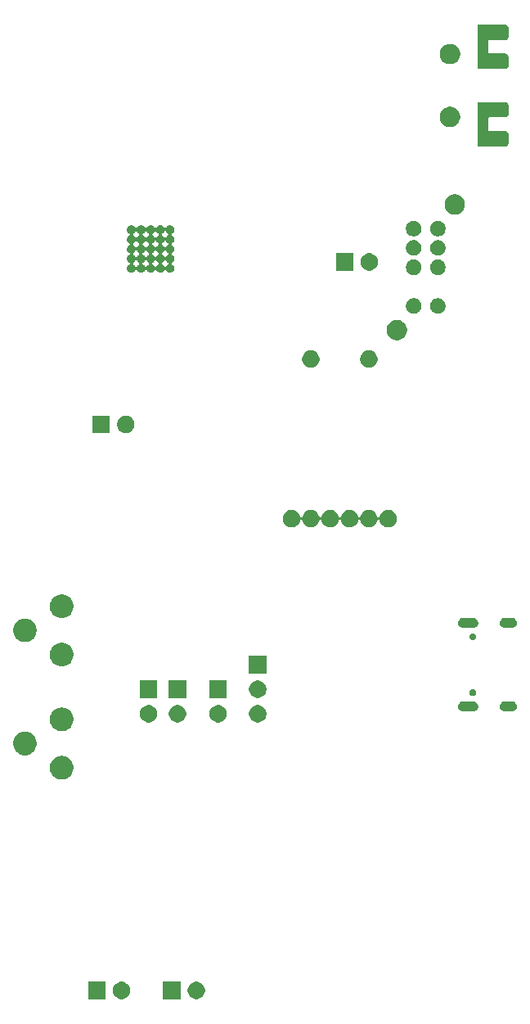
<source format=gbs>
G04 #@! TF.GenerationSoftware,KiCad,Pcbnew,5.1.5+dfsg1-2build2*
G04 #@! TF.CreationDate,2020-12-17T19:44:13+01:00*
G04 #@! TF.ProjectId,sony-scopeman,736f6e79-2d73-4636-9f70-656d616e2e6b,rev?*
G04 #@! TF.SameCoordinates,Original*
G04 #@! TF.FileFunction,Soldermask,Bot*
G04 #@! TF.FilePolarity,Negative*
%FSLAX46Y46*%
G04 Gerber Fmt 4.6, Leading zero omitted, Abs format (unit mm)*
G04 Created by KiCad (PCBNEW 5.1.5+dfsg1-2build2) date 2020-12-17 19:44:13*
%MOMM*%
%LPD*%
G04 APERTURE LIST*
%ADD10C,0.100000*%
G04 APERTURE END LIST*
D10*
G36*
X110761000Y-143251000D02*
G01*
X108959000Y-143251000D01*
X108959000Y-141449000D01*
X110761000Y-141449000D01*
X110761000Y-143251000D01*
G37*
G36*
X118501000Y-143251000D02*
G01*
X116699000Y-143251000D01*
X116699000Y-141449000D01*
X118501000Y-141449000D01*
X118501000Y-143251000D01*
G37*
G36*
X120253512Y-141453927D02*
G01*
X120402812Y-141483624D01*
X120566784Y-141551544D01*
X120714354Y-141650147D01*
X120839853Y-141775646D01*
X120938456Y-141923216D01*
X121006376Y-142087188D01*
X121041000Y-142261259D01*
X121041000Y-142438741D01*
X121006376Y-142612812D01*
X120938456Y-142776784D01*
X120839853Y-142924354D01*
X120714354Y-143049853D01*
X120566784Y-143148456D01*
X120402812Y-143216376D01*
X120253512Y-143246073D01*
X120228742Y-143251000D01*
X120051258Y-143251000D01*
X120026488Y-143246073D01*
X119877188Y-143216376D01*
X119713216Y-143148456D01*
X119565646Y-143049853D01*
X119440147Y-142924354D01*
X119341544Y-142776784D01*
X119273624Y-142612812D01*
X119239000Y-142438741D01*
X119239000Y-142261259D01*
X119273624Y-142087188D01*
X119341544Y-141923216D01*
X119440147Y-141775646D01*
X119565646Y-141650147D01*
X119713216Y-141551544D01*
X119877188Y-141483624D01*
X120026488Y-141453927D01*
X120051258Y-141449000D01*
X120228742Y-141449000D01*
X120253512Y-141453927D01*
G37*
G36*
X112513512Y-141453927D02*
G01*
X112662812Y-141483624D01*
X112826784Y-141551544D01*
X112974354Y-141650147D01*
X113099853Y-141775646D01*
X113198456Y-141923216D01*
X113266376Y-142087188D01*
X113301000Y-142261259D01*
X113301000Y-142438741D01*
X113266376Y-142612812D01*
X113198456Y-142776784D01*
X113099853Y-142924354D01*
X112974354Y-143049853D01*
X112826784Y-143148456D01*
X112662812Y-143216376D01*
X112513512Y-143246073D01*
X112488742Y-143251000D01*
X112311258Y-143251000D01*
X112286488Y-143246073D01*
X112137188Y-143216376D01*
X111973216Y-143148456D01*
X111825646Y-143049853D01*
X111700147Y-142924354D01*
X111601544Y-142776784D01*
X111533624Y-142612812D01*
X111499000Y-142438741D01*
X111499000Y-142261259D01*
X111533624Y-142087188D01*
X111601544Y-141923216D01*
X111700147Y-141775646D01*
X111825646Y-141650147D01*
X111973216Y-141551544D01*
X112137188Y-141483624D01*
X112286488Y-141453927D01*
X112311258Y-141449000D01*
X112488742Y-141449000D01*
X112513512Y-141453927D01*
G37*
G36*
X106438205Y-118102461D02*
G01*
X106556153Y-118125922D01*
X106648194Y-118164047D01*
X106778359Y-118217963D01*
X106978342Y-118351587D01*
X107148413Y-118521658D01*
X107282037Y-118721641D01*
X107374078Y-118943848D01*
X107421000Y-119179741D01*
X107421000Y-119420259D01*
X107374078Y-119656152D01*
X107282037Y-119878359D01*
X107148413Y-120078342D01*
X106978342Y-120248413D01*
X106778359Y-120382037D01*
X106648194Y-120435953D01*
X106556153Y-120474078D01*
X106320259Y-120521000D01*
X106079741Y-120521000D01*
X105843847Y-120474078D01*
X105751806Y-120435953D01*
X105621641Y-120382037D01*
X105421658Y-120248413D01*
X105251587Y-120078342D01*
X105117963Y-119878359D01*
X105025922Y-119656152D01*
X104979000Y-119420259D01*
X104979000Y-119179741D01*
X105025922Y-118943848D01*
X105117963Y-118721641D01*
X105251587Y-118521658D01*
X105421658Y-118351587D01*
X105621641Y-118217963D01*
X105751806Y-118164047D01*
X105843847Y-118125922D01*
X105961795Y-118102461D01*
X106079741Y-118079000D01*
X106320259Y-118079000D01*
X106438205Y-118102461D01*
G37*
G36*
X102638205Y-115602461D02*
G01*
X102756153Y-115625922D01*
X102848194Y-115664047D01*
X102978359Y-115717963D01*
X103178342Y-115851587D01*
X103348413Y-116021658D01*
X103482037Y-116221641D01*
X103574078Y-116443848D01*
X103621000Y-116679741D01*
X103621000Y-116920259D01*
X103574078Y-117156152D01*
X103482037Y-117378359D01*
X103348413Y-117578342D01*
X103178342Y-117748413D01*
X102978359Y-117882037D01*
X102848194Y-117935953D01*
X102756153Y-117974078D01*
X102520259Y-118021000D01*
X102279741Y-118021000D01*
X102043847Y-117974078D01*
X101951806Y-117935953D01*
X101821641Y-117882037D01*
X101621658Y-117748413D01*
X101451587Y-117578342D01*
X101317963Y-117378359D01*
X101225922Y-117156152D01*
X101179000Y-116920259D01*
X101179000Y-116679741D01*
X101225922Y-116443848D01*
X101317963Y-116221641D01*
X101451587Y-116021658D01*
X101621658Y-115851587D01*
X101821641Y-115717963D01*
X101951806Y-115664047D01*
X102043847Y-115625922D01*
X102161795Y-115602461D01*
X102279741Y-115579000D01*
X102520259Y-115579000D01*
X102638205Y-115602461D01*
G37*
G36*
X106438205Y-113102461D02*
G01*
X106556153Y-113125922D01*
X106644821Y-113162650D01*
X106778359Y-113217963D01*
X106978342Y-113351587D01*
X107148413Y-113521658D01*
X107282037Y-113721641D01*
X107326399Y-113828741D01*
X107374078Y-113943847D01*
X107385807Y-114002812D01*
X107421000Y-114179741D01*
X107421000Y-114420259D01*
X107374078Y-114656152D01*
X107282037Y-114878359D01*
X107148413Y-115078342D01*
X106978342Y-115248413D01*
X106778359Y-115382037D01*
X106648194Y-115435953D01*
X106556153Y-115474078D01*
X106320259Y-115521000D01*
X106079741Y-115521000D01*
X105843847Y-115474078D01*
X105751806Y-115435953D01*
X105621641Y-115382037D01*
X105421658Y-115248413D01*
X105251587Y-115078342D01*
X105117963Y-114878359D01*
X105025922Y-114656152D01*
X104979000Y-114420259D01*
X104979000Y-114179741D01*
X105014193Y-114002812D01*
X105025922Y-113943847D01*
X105073601Y-113828741D01*
X105117963Y-113721641D01*
X105251587Y-113521658D01*
X105421658Y-113351587D01*
X105621641Y-113217963D01*
X105755179Y-113162650D01*
X105843847Y-113125922D01*
X105961795Y-113102461D01*
X106079741Y-113079000D01*
X106320259Y-113079000D01*
X106438205Y-113102461D01*
G37*
G36*
X126613512Y-112843927D02*
G01*
X126762812Y-112873624D01*
X126926784Y-112941544D01*
X127074354Y-113040147D01*
X127199853Y-113165646D01*
X127298456Y-113313216D01*
X127366376Y-113477188D01*
X127401000Y-113651259D01*
X127401000Y-113828741D01*
X127366376Y-114002812D01*
X127298456Y-114166784D01*
X127199853Y-114314354D01*
X127074354Y-114439853D01*
X126926784Y-114538456D01*
X126762812Y-114606376D01*
X126613512Y-114636073D01*
X126588742Y-114641000D01*
X126411258Y-114641000D01*
X126386488Y-114636073D01*
X126237188Y-114606376D01*
X126073216Y-114538456D01*
X125925646Y-114439853D01*
X125800147Y-114314354D01*
X125701544Y-114166784D01*
X125633624Y-114002812D01*
X125599000Y-113828741D01*
X125599000Y-113651259D01*
X125633624Y-113477188D01*
X125701544Y-113313216D01*
X125800147Y-113165646D01*
X125925646Y-113040147D01*
X126073216Y-112941544D01*
X126237188Y-112873624D01*
X126386488Y-112843927D01*
X126411258Y-112839000D01*
X126588742Y-112839000D01*
X126613512Y-112843927D01*
G37*
G36*
X115313512Y-112843927D02*
G01*
X115462812Y-112873624D01*
X115626784Y-112941544D01*
X115774354Y-113040147D01*
X115899853Y-113165646D01*
X115998456Y-113313216D01*
X116066376Y-113477188D01*
X116101000Y-113651259D01*
X116101000Y-113828741D01*
X116066376Y-114002812D01*
X115998456Y-114166784D01*
X115899853Y-114314354D01*
X115774354Y-114439853D01*
X115626784Y-114538456D01*
X115462812Y-114606376D01*
X115313512Y-114636073D01*
X115288742Y-114641000D01*
X115111258Y-114641000D01*
X115086488Y-114636073D01*
X114937188Y-114606376D01*
X114773216Y-114538456D01*
X114625646Y-114439853D01*
X114500147Y-114314354D01*
X114401544Y-114166784D01*
X114333624Y-114002812D01*
X114299000Y-113828741D01*
X114299000Y-113651259D01*
X114333624Y-113477188D01*
X114401544Y-113313216D01*
X114500147Y-113165646D01*
X114625646Y-113040147D01*
X114773216Y-112941544D01*
X114937188Y-112873624D01*
X115086488Y-112843927D01*
X115111258Y-112839000D01*
X115288742Y-112839000D01*
X115313512Y-112843927D01*
G37*
G36*
X118313512Y-112843927D02*
G01*
X118462812Y-112873624D01*
X118626784Y-112941544D01*
X118774354Y-113040147D01*
X118899853Y-113165646D01*
X118998456Y-113313216D01*
X119066376Y-113477188D01*
X119101000Y-113651259D01*
X119101000Y-113828741D01*
X119066376Y-114002812D01*
X118998456Y-114166784D01*
X118899853Y-114314354D01*
X118774354Y-114439853D01*
X118626784Y-114538456D01*
X118462812Y-114606376D01*
X118313512Y-114636073D01*
X118288742Y-114641000D01*
X118111258Y-114641000D01*
X118086488Y-114636073D01*
X117937188Y-114606376D01*
X117773216Y-114538456D01*
X117625646Y-114439853D01*
X117500147Y-114314354D01*
X117401544Y-114166784D01*
X117333624Y-114002812D01*
X117299000Y-113828741D01*
X117299000Y-113651259D01*
X117333624Y-113477188D01*
X117401544Y-113313216D01*
X117500147Y-113165646D01*
X117625646Y-113040147D01*
X117773216Y-112941544D01*
X117937188Y-112873624D01*
X118086488Y-112843927D01*
X118111258Y-112839000D01*
X118288742Y-112839000D01*
X118313512Y-112843927D01*
G37*
G36*
X122513512Y-112843927D02*
G01*
X122662812Y-112873624D01*
X122826784Y-112941544D01*
X122974354Y-113040147D01*
X123099853Y-113165646D01*
X123198456Y-113313216D01*
X123266376Y-113477188D01*
X123301000Y-113651259D01*
X123301000Y-113828741D01*
X123266376Y-114002812D01*
X123198456Y-114166784D01*
X123099853Y-114314354D01*
X122974354Y-114439853D01*
X122826784Y-114538456D01*
X122662812Y-114606376D01*
X122513512Y-114636073D01*
X122488742Y-114641000D01*
X122311258Y-114641000D01*
X122286488Y-114636073D01*
X122137188Y-114606376D01*
X121973216Y-114538456D01*
X121825646Y-114439853D01*
X121700147Y-114314354D01*
X121601544Y-114166784D01*
X121533624Y-114002812D01*
X121499000Y-113828741D01*
X121499000Y-113651259D01*
X121533624Y-113477188D01*
X121601544Y-113313216D01*
X121700147Y-113165646D01*
X121825646Y-113040147D01*
X121973216Y-112941544D01*
X122137188Y-112873624D01*
X122286488Y-112843927D01*
X122311258Y-112839000D01*
X122488742Y-112839000D01*
X122513512Y-112843927D01*
G37*
G36*
X152938213Y-112476249D02*
G01*
X153032652Y-112504897D01*
X153119687Y-112551418D01*
X153195975Y-112614025D01*
X153258582Y-112690313D01*
X153305103Y-112777348D01*
X153333751Y-112871787D01*
X153343424Y-112970000D01*
X153333751Y-113068213D01*
X153305103Y-113162652D01*
X153258582Y-113249687D01*
X153195975Y-113325975D01*
X153119687Y-113388582D01*
X153032652Y-113435103D01*
X152938213Y-113463751D01*
X152864612Y-113471000D01*
X152015388Y-113471000D01*
X151941787Y-113463751D01*
X151847348Y-113435103D01*
X151760313Y-113388582D01*
X151684025Y-113325975D01*
X151621418Y-113249687D01*
X151574897Y-113162652D01*
X151546249Y-113068213D01*
X151536576Y-112970000D01*
X151546249Y-112871787D01*
X151574897Y-112777348D01*
X151621418Y-112690313D01*
X151684025Y-112614025D01*
X151760313Y-112551418D01*
X151847348Y-112504897D01*
X151941787Y-112476249D01*
X152015388Y-112469000D01*
X152864612Y-112469000D01*
X152938213Y-112476249D01*
G37*
G36*
X148918213Y-112476249D02*
G01*
X149012652Y-112504897D01*
X149099687Y-112551418D01*
X149175975Y-112614025D01*
X149238582Y-112690313D01*
X149285103Y-112777348D01*
X149313751Y-112871787D01*
X149323424Y-112970000D01*
X149313751Y-113068213D01*
X149285103Y-113162652D01*
X149238582Y-113249687D01*
X149175975Y-113325975D01*
X149099687Y-113388582D01*
X149012652Y-113435103D01*
X148918213Y-113463751D01*
X148844612Y-113471000D01*
X147695388Y-113471000D01*
X147621787Y-113463751D01*
X147527348Y-113435103D01*
X147440313Y-113388582D01*
X147364025Y-113325975D01*
X147301418Y-113249687D01*
X147254897Y-113162652D01*
X147226249Y-113068213D01*
X147216576Y-112970000D01*
X147226249Y-112871787D01*
X147254897Y-112777348D01*
X147301418Y-112690313D01*
X147364025Y-112614025D01*
X147440313Y-112551418D01*
X147527348Y-112504897D01*
X147621787Y-112476249D01*
X147695388Y-112469000D01*
X148844612Y-112469000D01*
X148918213Y-112476249D01*
G37*
G36*
X116101000Y-112101000D02*
G01*
X114299000Y-112101000D01*
X114299000Y-110299000D01*
X116101000Y-110299000D01*
X116101000Y-112101000D01*
G37*
G36*
X123301000Y-112101000D02*
G01*
X121499000Y-112101000D01*
X121499000Y-110299000D01*
X123301000Y-110299000D01*
X123301000Y-112101000D01*
G37*
G36*
X119101000Y-112101000D02*
G01*
X117299000Y-112101000D01*
X117299000Y-110299000D01*
X119101000Y-110299000D01*
X119101000Y-112101000D01*
G37*
G36*
X126613512Y-110303927D02*
G01*
X126762812Y-110333624D01*
X126926784Y-110401544D01*
X127074354Y-110500147D01*
X127199853Y-110625646D01*
X127298456Y-110773216D01*
X127366376Y-110937188D01*
X127401000Y-111111259D01*
X127401000Y-111288741D01*
X127366376Y-111462812D01*
X127298456Y-111626784D01*
X127199853Y-111774354D01*
X127074354Y-111899853D01*
X126926784Y-111998456D01*
X126762812Y-112066376D01*
X126613512Y-112096073D01*
X126588742Y-112101000D01*
X126411258Y-112101000D01*
X126386488Y-112096073D01*
X126237188Y-112066376D01*
X126073216Y-111998456D01*
X125925646Y-111899853D01*
X125800147Y-111774354D01*
X125701544Y-111626784D01*
X125633624Y-111462812D01*
X125599000Y-111288741D01*
X125599000Y-111111259D01*
X125633624Y-110937188D01*
X125701544Y-110773216D01*
X125800147Y-110625646D01*
X125925646Y-110500147D01*
X126073216Y-110401544D01*
X126237188Y-110333624D01*
X126386488Y-110303927D01*
X126411258Y-110299000D01*
X126588742Y-110299000D01*
X126613512Y-110303927D01*
G37*
G36*
X148852383Y-111202489D02*
G01*
X148852386Y-111202490D01*
X148852385Y-111202490D01*
X148916258Y-111228946D01*
X148973748Y-111267360D01*
X149022640Y-111316252D01*
X149061054Y-111373742D01*
X149082624Y-111425818D01*
X149087511Y-111437617D01*
X149101000Y-111505430D01*
X149101000Y-111574570D01*
X149087511Y-111642383D01*
X149087510Y-111642385D01*
X149061054Y-111706258D01*
X149022640Y-111763748D01*
X148973748Y-111812640D01*
X148916258Y-111851054D01*
X148864182Y-111872624D01*
X148852383Y-111877511D01*
X148784570Y-111891000D01*
X148715430Y-111891000D01*
X148647617Y-111877511D01*
X148635818Y-111872624D01*
X148583742Y-111851054D01*
X148526252Y-111812640D01*
X148477360Y-111763748D01*
X148438946Y-111706258D01*
X148412490Y-111642385D01*
X148412489Y-111642383D01*
X148399000Y-111574570D01*
X148399000Y-111505430D01*
X148412489Y-111437617D01*
X148417376Y-111425818D01*
X148438946Y-111373742D01*
X148477360Y-111316252D01*
X148526252Y-111267360D01*
X148583742Y-111228946D01*
X148647615Y-111202490D01*
X148647614Y-111202490D01*
X148647617Y-111202489D01*
X148715430Y-111189000D01*
X148784570Y-111189000D01*
X148852383Y-111202489D01*
G37*
G36*
X127401000Y-109561000D02*
G01*
X125599000Y-109561000D01*
X125599000Y-107759000D01*
X127401000Y-107759000D01*
X127401000Y-109561000D01*
G37*
G36*
X106556153Y-106425922D02*
G01*
X106648194Y-106464047D01*
X106778359Y-106517963D01*
X106978342Y-106651587D01*
X107148413Y-106821658D01*
X107282037Y-107021641D01*
X107374078Y-107243848D01*
X107421000Y-107479741D01*
X107421000Y-107720259D01*
X107374078Y-107956152D01*
X107282037Y-108178359D01*
X107148413Y-108378342D01*
X106978342Y-108548413D01*
X106778359Y-108682037D01*
X106648194Y-108735953D01*
X106556153Y-108774078D01*
X106438205Y-108797539D01*
X106320259Y-108821000D01*
X106079741Y-108821000D01*
X105961795Y-108797539D01*
X105843847Y-108774078D01*
X105751806Y-108735953D01*
X105621641Y-108682037D01*
X105421658Y-108548413D01*
X105251587Y-108378342D01*
X105117963Y-108178359D01*
X105025922Y-107956152D01*
X104979000Y-107720259D01*
X104979000Y-107479741D01*
X105025922Y-107243848D01*
X105117963Y-107021641D01*
X105251587Y-106821658D01*
X105421658Y-106651587D01*
X105621641Y-106517963D01*
X105751806Y-106464047D01*
X105843847Y-106425922D01*
X106079741Y-106379000D01*
X106320259Y-106379000D01*
X106556153Y-106425922D01*
G37*
G36*
X102638205Y-103902461D02*
G01*
X102756153Y-103925922D01*
X102848194Y-103964047D01*
X102978359Y-104017963D01*
X103178342Y-104151587D01*
X103348413Y-104321658D01*
X103482037Y-104521641D01*
X103518507Y-104609687D01*
X103574078Y-104743847D01*
X103621000Y-104979742D01*
X103621000Y-105220258D01*
X103574078Y-105456153D01*
X103561151Y-105487361D01*
X103482037Y-105678359D01*
X103348413Y-105878342D01*
X103178342Y-106048413D01*
X102978359Y-106182037D01*
X102848194Y-106235953D01*
X102756153Y-106274078D01*
X102638205Y-106297539D01*
X102520259Y-106321000D01*
X102279741Y-106321000D01*
X102161795Y-106297539D01*
X102043847Y-106274078D01*
X101951806Y-106235953D01*
X101821641Y-106182037D01*
X101621658Y-106048413D01*
X101451587Y-105878342D01*
X101317963Y-105678359D01*
X101238849Y-105487361D01*
X101225922Y-105456153D01*
X101179000Y-105220258D01*
X101179000Y-104979742D01*
X101225922Y-104743847D01*
X101281493Y-104609687D01*
X101317963Y-104521641D01*
X101451587Y-104321658D01*
X101621658Y-104151587D01*
X101821641Y-104017963D01*
X101951806Y-103964047D01*
X102043847Y-103925922D01*
X102279741Y-103879000D01*
X102520259Y-103879000D01*
X102638205Y-103902461D01*
G37*
G36*
X148852383Y-105422489D02*
G01*
X148852386Y-105422490D01*
X148852385Y-105422490D01*
X148916258Y-105448946D01*
X148973748Y-105487360D01*
X149022640Y-105536252D01*
X149061054Y-105593742D01*
X149082624Y-105645818D01*
X149087511Y-105657617D01*
X149101000Y-105725430D01*
X149101000Y-105794570D01*
X149087511Y-105862383D01*
X149087510Y-105862385D01*
X149061054Y-105926258D01*
X149022640Y-105983748D01*
X148973748Y-106032640D01*
X148916258Y-106071054D01*
X148864182Y-106092624D01*
X148852383Y-106097511D01*
X148784570Y-106111000D01*
X148715430Y-106111000D01*
X148647617Y-106097511D01*
X148635818Y-106092624D01*
X148583742Y-106071054D01*
X148526252Y-106032640D01*
X148477360Y-105983748D01*
X148438946Y-105926258D01*
X148412490Y-105862385D01*
X148412489Y-105862383D01*
X148399000Y-105794570D01*
X148399000Y-105725430D01*
X148412489Y-105657617D01*
X148417376Y-105645818D01*
X148438946Y-105593742D01*
X148477360Y-105536252D01*
X148526252Y-105487360D01*
X148583742Y-105448946D01*
X148647615Y-105422490D01*
X148647614Y-105422490D01*
X148647617Y-105422489D01*
X148715430Y-105409000D01*
X148784570Y-105409000D01*
X148852383Y-105422489D01*
G37*
G36*
X152938213Y-103836249D02*
G01*
X153032652Y-103864897D01*
X153119687Y-103911418D01*
X153195975Y-103974025D01*
X153258582Y-104050313D01*
X153305103Y-104137348D01*
X153333751Y-104231787D01*
X153343424Y-104330000D01*
X153333751Y-104428213D01*
X153305103Y-104522652D01*
X153258582Y-104609687D01*
X153195975Y-104685975D01*
X153119687Y-104748582D01*
X153032652Y-104795103D01*
X152938213Y-104823751D01*
X152864612Y-104831000D01*
X152015388Y-104831000D01*
X151941787Y-104823751D01*
X151847348Y-104795103D01*
X151760313Y-104748582D01*
X151684025Y-104685975D01*
X151621418Y-104609687D01*
X151574897Y-104522652D01*
X151546249Y-104428213D01*
X151536576Y-104330000D01*
X151546249Y-104231787D01*
X151574897Y-104137348D01*
X151621418Y-104050313D01*
X151684025Y-103974025D01*
X151760313Y-103911418D01*
X151847348Y-103864897D01*
X151941787Y-103836249D01*
X152015388Y-103829000D01*
X152864612Y-103829000D01*
X152938213Y-103836249D01*
G37*
G36*
X148918213Y-103836249D02*
G01*
X149012652Y-103864897D01*
X149099687Y-103911418D01*
X149175975Y-103974025D01*
X149238582Y-104050313D01*
X149285103Y-104137348D01*
X149313751Y-104231787D01*
X149323424Y-104330000D01*
X149313751Y-104428213D01*
X149285103Y-104522652D01*
X149238582Y-104609687D01*
X149175975Y-104685975D01*
X149099687Y-104748582D01*
X149012652Y-104795103D01*
X148918213Y-104823751D01*
X148844612Y-104831000D01*
X147695388Y-104831000D01*
X147621787Y-104823751D01*
X147527348Y-104795103D01*
X147440313Y-104748582D01*
X147364025Y-104685975D01*
X147301418Y-104609687D01*
X147254897Y-104522652D01*
X147226249Y-104428213D01*
X147216576Y-104330000D01*
X147226249Y-104231787D01*
X147254897Y-104137348D01*
X147301418Y-104050313D01*
X147364025Y-103974025D01*
X147440313Y-103911418D01*
X147527348Y-103864897D01*
X147621787Y-103836249D01*
X147695388Y-103829000D01*
X148844612Y-103829000D01*
X148918213Y-103836249D01*
G37*
G36*
X106556153Y-101425922D02*
G01*
X106648194Y-101464047D01*
X106778359Y-101517963D01*
X106978342Y-101651587D01*
X107148413Y-101821658D01*
X107282037Y-102021641D01*
X107374078Y-102243848D01*
X107421000Y-102479741D01*
X107421000Y-102720259D01*
X107374078Y-102956152D01*
X107282037Y-103178359D01*
X107148413Y-103378342D01*
X106978342Y-103548413D01*
X106778359Y-103682037D01*
X106648194Y-103735953D01*
X106556153Y-103774078D01*
X106320259Y-103821000D01*
X106079741Y-103821000D01*
X105843847Y-103774078D01*
X105751806Y-103735953D01*
X105621641Y-103682037D01*
X105421658Y-103548413D01*
X105251587Y-103378342D01*
X105117963Y-103178359D01*
X105025922Y-102956152D01*
X104979000Y-102720259D01*
X104979000Y-102479741D01*
X105025922Y-102243848D01*
X105117963Y-102021641D01*
X105251587Y-101821658D01*
X105421658Y-101651587D01*
X105621641Y-101517963D01*
X105751806Y-101464047D01*
X105843847Y-101425922D01*
X106079741Y-101379000D01*
X106320259Y-101379000D01*
X106556153Y-101425922D01*
G37*
G36*
X130113512Y-92653927D02*
G01*
X130262812Y-92683624D01*
X130426784Y-92751544D01*
X130574354Y-92850147D01*
X130699853Y-92975646D01*
X130798456Y-93123216D01*
X130866376Y-93287188D01*
X130877405Y-93342638D01*
X130884516Y-93366078D01*
X130896067Y-93387689D01*
X130911613Y-93406631D01*
X130930555Y-93422176D01*
X130952165Y-93433727D01*
X130975614Y-93440840D01*
X131000000Y-93443242D01*
X131024387Y-93440840D01*
X131047835Y-93433727D01*
X131069446Y-93422176D01*
X131088388Y-93406630D01*
X131103933Y-93387688D01*
X131115484Y-93366078D01*
X131122595Y-93342638D01*
X131133624Y-93287188D01*
X131201544Y-93123216D01*
X131300147Y-92975646D01*
X131425646Y-92850147D01*
X131573216Y-92751544D01*
X131737188Y-92683624D01*
X131886488Y-92653927D01*
X131911258Y-92649000D01*
X132088742Y-92649000D01*
X132113512Y-92653927D01*
X132262812Y-92683624D01*
X132426784Y-92751544D01*
X132574354Y-92850147D01*
X132699853Y-92975646D01*
X132798456Y-93123216D01*
X132866376Y-93287188D01*
X132877405Y-93342638D01*
X132884516Y-93366078D01*
X132896067Y-93387689D01*
X132911613Y-93406631D01*
X132930555Y-93422176D01*
X132952165Y-93433727D01*
X132975614Y-93440840D01*
X133000000Y-93443242D01*
X133024387Y-93440840D01*
X133047835Y-93433727D01*
X133069446Y-93422176D01*
X133088388Y-93406630D01*
X133103933Y-93387688D01*
X133115484Y-93366078D01*
X133122595Y-93342638D01*
X133133624Y-93287188D01*
X133201544Y-93123216D01*
X133300147Y-92975646D01*
X133425646Y-92850147D01*
X133573216Y-92751544D01*
X133737188Y-92683624D01*
X133886488Y-92653927D01*
X133911258Y-92649000D01*
X134088742Y-92649000D01*
X134113512Y-92653927D01*
X134262812Y-92683624D01*
X134426784Y-92751544D01*
X134574354Y-92850147D01*
X134699853Y-92975646D01*
X134798456Y-93123216D01*
X134866376Y-93287188D01*
X134877405Y-93342638D01*
X134884516Y-93366078D01*
X134896067Y-93387689D01*
X134911613Y-93406631D01*
X134930555Y-93422176D01*
X134952165Y-93433727D01*
X134975614Y-93440840D01*
X135000000Y-93443242D01*
X135024387Y-93440840D01*
X135047835Y-93433727D01*
X135069446Y-93422176D01*
X135088388Y-93406630D01*
X135103933Y-93387688D01*
X135115484Y-93366078D01*
X135122595Y-93342638D01*
X135133624Y-93287188D01*
X135201544Y-93123216D01*
X135300147Y-92975646D01*
X135425646Y-92850147D01*
X135573216Y-92751544D01*
X135737188Y-92683624D01*
X135886488Y-92653927D01*
X135911258Y-92649000D01*
X136088742Y-92649000D01*
X136113512Y-92653927D01*
X136262812Y-92683624D01*
X136426784Y-92751544D01*
X136574354Y-92850147D01*
X136699853Y-92975646D01*
X136798456Y-93123216D01*
X136866376Y-93287188D01*
X136877405Y-93342638D01*
X136884516Y-93366078D01*
X136896067Y-93387689D01*
X136911613Y-93406631D01*
X136930555Y-93422176D01*
X136952165Y-93433727D01*
X136975614Y-93440840D01*
X137000000Y-93443242D01*
X137024387Y-93440840D01*
X137047835Y-93433727D01*
X137069446Y-93422176D01*
X137088388Y-93406630D01*
X137103933Y-93387688D01*
X137115484Y-93366078D01*
X137122595Y-93342638D01*
X137133624Y-93287188D01*
X137201544Y-93123216D01*
X137300147Y-92975646D01*
X137425646Y-92850147D01*
X137573216Y-92751544D01*
X137737188Y-92683624D01*
X137886488Y-92653927D01*
X137911258Y-92649000D01*
X138088742Y-92649000D01*
X138113512Y-92653927D01*
X138262812Y-92683624D01*
X138426784Y-92751544D01*
X138574354Y-92850147D01*
X138699853Y-92975646D01*
X138798456Y-93123216D01*
X138866376Y-93287188D01*
X138877405Y-93342638D01*
X138884516Y-93366078D01*
X138896067Y-93387689D01*
X138911613Y-93406631D01*
X138930555Y-93422176D01*
X138952165Y-93433727D01*
X138975614Y-93440840D01*
X139000000Y-93443242D01*
X139024387Y-93440840D01*
X139047835Y-93433727D01*
X139069446Y-93422176D01*
X139088388Y-93406630D01*
X139103933Y-93387688D01*
X139115484Y-93366078D01*
X139122595Y-93342638D01*
X139133624Y-93287188D01*
X139201544Y-93123216D01*
X139300147Y-92975646D01*
X139425646Y-92850147D01*
X139573216Y-92751544D01*
X139737188Y-92683624D01*
X139886488Y-92653927D01*
X139911258Y-92649000D01*
X140088742Y-92649000D01*
X140113512Y-92653927D01*
X140262812Y-92683624D01*
X140426784Y-92751544D01*
X140574354Y-92850147D01*
X140699853Y-92975646D01*
X140798456Y-93123216D01*
X140866376Y-93287188D01*
X140901000Y-93461259D01*
X140901000Y-93638741D01*
X140866376Y-93812812D01*
X140798456Y-93976784D01*
X140699853Y-94124354D01*
X140574354Y-94249853D01*
X140426784Y-94348456D01*
X140262812Y-94416376D01*
X140113512Y-94446073D01*
X140088742Y-94451000D01*
X139911258Y-94451000D01*
X139886488Y-94446073D01*
X139737188Y-94416376D01*
X139573216Y-94348456D01*
X139425646Y-94249853D01*
X139300147Y-94124354D01*
X139201544Y-93976784D01*
X139133624Y-93812812D01*
X139122595Y-93757362D01*
X139115484Y-93733922D01*
X139103933Y-93712311D01*
X139088387Y-93693369D01*
X139069445Y-93677824D01*
X139047835Y-93666273D01*
X139024386Y-93659160D01*
X139000000Y-93656758D01*
X138975613Y-93659160D01*
X138952165Y-93666273D01*
X138930554Y-93677824D01*
X138911612Y-93693370D01*
X138896067Y-93712312D01*
X138884516Y-93733922D01*
X138877405Y-93757362D01*
X138866376Y-93812812D01*
X138798456Y-93976784D01*
X138699853Y-94124354D01*
X138574354Y-94249853D01*
X138426784Y-94348456D01*
X138262812Y-94416376D01*
X138113512Y-94446073D01*
X138088742Y-94451000D01*
X137911258Y-94451000D01*
X137886488Y-94446073D01*
X137737188Y-94416376D01*
X137573216Y-94348456D01*
X137425646Y-94249853D01*
X137300147Y-94124354D01*
X137201544Y-93976784D01*
X137133624Y-93812812D01*
X137122595Y-93757362D01*
X137115484Y-93733922D01*
X137103933Y-93712311D01*
X137088387Y-93693369D01*
X137069445Y-93677824D01*
X137047835Y-93666273D01*
X137024386Y-93659160D01*
X137000000Y-93656758D01*
X136975613Y-93659160D01*
X136952165Y-93666273D01*
X136930554Y-93677824D01*
X136911612Y-93693370D01*
X136896067Y-93712312D01*
X136884516Y-93733922D01*
X136877405Y-93757362D01*
X136866376Y-93812812D01*
X136798456Y-93976784D01*
X136699853Y-94124354D01*
X136574354Y-94249853D01*
X136426784Y-94348456D01*
X136262812Y-94416376D01*
X136113512Y-94446073D01*
X136088742Y-94451000D01*
X135911258Y-94451000D01*
X135886488Y-94446073D01*
X135737188Y-94416376D01*
X135573216Y-94348456D01*
X135425646Y-94249853D01*
X135300147Y-94124354D01*
X135201544Y-93976784D01*
X135133624Y-93812812D01*
X135122595Y-93757362D01*
X135115484Y-93733922D01*
X135103933Y-93712311D01*
X135088387Y-93693369D01*
X135069445Y-93677824D01*
X135047835Y-93666273D01*
X135024386Y-93659160D01*
X135000000Y-93656758D01*
X134975613Y-93659160D01*
X134952165Y-93666273D01*
X134930554Y-93677824D01*
X134911612Y-93693370D01*
X134896067Y-93712312D01*
X134884516Y-93733922D01*
X134877405Y-93757362D01*
X134866376Y-93812812D01*
X134798456Y-93976784D01*
X134699853Y-94124354D01*
X134574354Y-94249853D01*
X134426784Y-94348456D01*
X134262812Y-94416376D01*
X134113512Y-94446073D01*
X134088742Y-94451000D01*
X133911258Y-94451000D01*
X133886488Y-94446073D01*
X133737188Y-94416376D01*
X133573216Y-94348456D01*
X133425646Y-94249853D01*
X133300147Y-94124354D01*
X133201544Y-93976784D01*
X133133624Y-93812812D01*
X133122595Y-93757362D01*
X133115484Y-93733922D01*
X133103933Y-93712311D01*
X133088387Y-93693369D01*
X133069445Y-93677824D01*
X133047835Y-93666273D01*
X133024386Y-93659160D01*
X133000000Y-93656758D01*
X132975613Y-93659160D01*
X132952165Y-93666273D01*
X132930554Y-93677824D01*
X132911612Y-93693370D01*
X132896067Y-93712312D01*
X132884516Y-93733922D01*
X132877405Y-93757362D01*
X132866376Y-93812812D01*
X132798456Y-93976784D01*
X132699853Y-94124354D01*
X132574354Y-94249853D01*
X132426784Y-94348456D01*
X132262812Y-94416376D01*
X132113512Y-94446073D01*
X132088742Y-94451000D01*
X131911258Y-94451000D01*
X131886488Y-94446073D01*
X131737188Y-94416376D01*
X131573216Y-94348456D01*
X131425646Y-94249853D01*
X131300147Y-94124354D01*
X131201544Y-93976784D01*
X131133624Y-93812812D01*
X131122595Y-93757362D01*
X131115484Y-93733922D01*
X131103933Y-93712311D01*
X131088387Y-93693369D01*
X131069445Y-93677824D01*
X131047835Y-93666273D01*
X131024386Y-93659160D01*
X131000000Y-93656758D01*
X130975613Y-93659160D01*
X130952165Y-93666273D01*
X130930554Y-93677824D01*
X130911612Y-93693370D01*
X130896067Y-93712312D01*
X130884516Y-93733922D01*
X130877405Y-93757362D01*
X130866376Y-93812812D01*
X130798456Y-93976784D01*
X130699853Y-94124354D01*
X130574354Y-94249853D01*
X130426784Y-94348456D01*
X130262812Y-94416376D01*
X130113512Y-94446073D01*
X130088742Y-94451000D01*
X129911258Y-94451000D01*
X129886488Y-94446073D01*
X129737188Y-94416376D01*
X129573216Y-94348456D01*
X129425646Y-94249853D01*
X129300147Y-94124354D01*
X129201544Y-93976784D01*
X129133624Y-93812812D01*
X129099000Y-93638741D01*
X129099000Y-93461259D01*
X129133624Y-93287188D01*
X129201544Y-93123216D01*
X129300147Y-92975646D01*
X129425646Y-92850147D01*
X129573216Y-92751544D01*
X129737188Y-92683624D01*
X129886488Y-92653927D01*
X129911258Y-92649000D01*
X130088742Y-92649000D01*
X130113512Y-92653927D01*
G37*
G36*
X111201000Y-84701000D02*
G01*
X109399000Y-84701000D01*
X109399000Y-82899000D01*
X111201000Y-82899000D01*
X111201000Y-84701000D01*
G37*
G36*
X112953512Y-82903927D02*
G01*
X113102812Y-82933624D01*
X113266784Y-83001544D01*
X113414354Y-83100147D01*
X113539853Y-83225646D01*
X113638456Y-83373216D01*
X113706376Y-83537188D01*
X113741000Y-83711259D01*
X113741000Y-83888741D01*
X113706376Y-84062812D01*
X113638456Y-84226784D01*
X113539853Y-84374354D01*
X113414354Y-84499853D01*
X113266784Y-84598456D01*
X113102812Y-84666376D01*
X112953512Y-84696073D01*
X112928742Y-84701000D01*
X112751258Y-84701000D01*
X112726488Y-84696073D01*
X112577188Y-84666376D01*
X112413216Y-84598456D01*
X112265646Y-84499853D01*
X112140147Y-84374354D01*
X112041544Y-84226784D01*
X111973624Y-84062812D01*
X111939000Y-83888741D01*
X111939000Y-83711259D01*
X111973624Y-83537188D01*
X112041544Y-83373216D01*
X112140147Y-83225646D01*
X112265646Y-83100147D01*
X112413216Y-83001544D01*
X112577188Y-82933624D01*
X112726488Y-82903927D01*
X112751258Y-82899000D01*
X112928742Y-82899000D01*
X112953512Y-82903927D01*
G37*
G36*
X132113512Y-76153927D02*
G01*
X132262812Y-76183624D01*
X132426784Y-76251544D01*
X132574354Y-76350147D01*
X132699853Y-76475646D01*
X132798456Y-76623216D01*
X132866376Y-76787188D01*
X132901000Y-76961259D01*
X132901000Y-77138741D01*
X132866376Y-77312812D01*
X132798456Y-77476784D01*
X132699853Y-77624354D01*
X132574354Y-77749853D01*
X132426784Y-77848456D01*
X132262812Y-77916376D01*
X132113512Y-77946073D01*
X132088742Y-77951000D01*
X131911258Y-77951000D01*
X131886488Y-77946073D01*
X131737188Y-77916376D01*
X131573216Y-77848456D01*
X131425646Y-77749853D01*
X131300147Y-77624354D01*
X131201544Y-77476784D01*
X131133624Y-77312812D01*
X131099000Y-77138741D01*
X131099000Y-76961259D01*
X131133624Y-76787188D01*
X131201544Y-76623216D01*
X131300147Y-76475646D01*
X131425646Y-76350147D01*
X131573216Y-76251544D01*
X131737188Y-76183624D01*
X131886488Y-76153927D01*
X131911258Y-76149000D01*
X132088742Y-76149000D01*
X132113512Y-76153927D01*
G37*
G36*
X138113512Y-76153927D02*
G01*
X138262812Y-76183624D01*
X138426784Y-76251544D01*
X138574354Y-76350147D01*
X138699853Y-76475646D01*
X138798456Y-76623216D01*
X138866376Y-76787188D01*
X138901000Y-76961259D01*
X138901000Y-77138741D01*
X138866376Y-77312812D01*
X138798456Y-77476784D01*
X138699853Y-77624354D01*
X138574354Y-77749853D01*
X138426784Y-77848456D01*
X138262812Y-77916376D01*
X138113512Y-77946073D01*
X138088742Y-77951000D01*
X137911258Y-77951000D01*
X137886488Y-77946073D01*
X137737188Y-77916376D01*
X137573216Y-77848456D01*
X137425646Y-77749853D01*
X137300147Y-77624354D01*
X137201544Y-77476784D01*
X137133624Y-77312812D01*
X137099000Y-77138741D01*
X137099000Y-76961259D01*
X137133624Y-76787188D01*
X137201544Y-76623216D01*
X137300147Y-76475646D01*
X137425646Y-76350147D01*
X137573216Y-76251544D01*
X137737188Y-76183624D01*
X137886488Y-76153927D01*
X137911258Y-76149000D01*
X138088742Y-76149000D01*
X138113512Y-76153927D01*
G37*
G36*
X141206564Y-73039389D02*
G01*
X141397833Y-73118615D01*
X141397835Y-73118616D01*
X141569973Y-73233635D01*
X141716365Y-73380027D01*
X141831385Y-73552167D01*
X141910611Y-73743436D01*
X141951000Y-73946484D01*
X141951000Y-74153516D01*
X141910611Y-74356564D01*
X141831385Y-74547833D01*
X141831384Y-74547835D01*
X141716365Y-74719973D01*
X141569973Y-74866365D01*
X141397835Y-74981384D01*
X141397834Y-74981385D01*
X141397833Y-74981385D01*
X141206564Y-75060611D01*
X141003516Y-75101000D01*
X140796484Y-75101000D01*
X140593436Y-75060611D01*
X140402167Y-74981385D01*
X140402166Y-74981385D01*
X140402165Y-74981384D01*
X140230027Y-74866365D01*
X140083635Y-74719973D01*
X139968616Y-74547835D01*
X139968615Y-74547833D01*
X139889389Y-74356564D01*
X139849000Y-74153516D01*
X139849000Y-73946484D01*
X139889389Y-73743436D01*
X139968615Y-73552167D01*
X140083635Y-73380027D01*
X140230027Y-73233635D01*
X140402165Y-73118616D01*
X140402167Y-73118615D01*
X140593436Y-73039389D01*
X140796484Y-72999000D01*
X141003516Y-72999000D01*
X141206564Y-73039389D01*
G37*
G36*
X145383642Y-70779781D02*
G01*
X145529414Y-70840162D01*
X145529416Y-70840163D01*
X145660608Y-70927822D01*
X145772178Y-71039392D01*
X145859837Y-71170584D01*
X145859838Y-71170586D01*
X145920219Y-71316358D01*
X145951000Y-71471107D01*
X145951000Y-71628893D01*
X145920219Y-71783642D01*
X145859838Y-71929414D01*
X145859837Y-71929416D01*
X145772178Y-72060608D01*
X145660608Y-72172178D01*
X145529416Y-72259837D01*
X145529415Y-72259838D01*
X145529414Y-72259838D01*
X145383642Y-72320219D01*
X145228893Y-72351000D01*
X145071107Y-72351000D01*
X144916358Y-72320219D01*
X144770586Y-72259838D01*
X144770585Y-72259838D01*
X144770584Y-72259837D01*
X144639392Y-72172178D01*
X144527822Y-72060608D01*
X144440163Y-71929416D01*
X144440162Y-71929414D01*
X144379781Y-71783642D01*
X144349000Y-71628893D01*
X144349000Y-71471107D01*
X144379781Y-71316358D01*
X144440162Y-71170586D01*
X144440163Y-71170584D01*
X144527822Y-71039392D01*
X144639392Y-70927822D01*
X144770584Y-70840163D01*
X144770586Y-70840162D01*
X144916358Y-70779781D01*
X145071107Y-70749000D01*
X145228893Y-70749000D01*
X145383642Y-70779781D01*
G37*
G36*
X142883642Y-70779781D02*
G01*
X143029414Y-70840162D01*
X143029416Y-70840163D01*
X143160608Y-70927822D01*
X143272178Y-71039392D01*
X143359837Y-71170584D01*
X143359838Y-71170586D01*
X143420219Y-71316358D01*
X143451000Y-71471107D01*
X143451000Y-71628893D01*
X143420219Y-71783642D01*
X143359838Y-71929414D01*
X143359837Y-71929416D01*
X143272178Y-72060608D01*
X143160608Y-72172178D01*
X143029416Y-72259837D01*
X143029415Y-72259838D01*
X143029414Y-72259838D01*
X142883642Y-72320219D01*
X142728893Y-72351000D01*
X142571107Y-72351000D01*
X142416358Y-72320219D01*
X142270586Y-72259838D01*
X142270585Y-72259838D01*
X142270584Y-72259837D01*
X142139392Y-72172178D01*
X142027822Y-72060608D01*
X141940163Y-71929416D01*
X141940162Y-71929414D01*
X141879781Y-71783642D01*
X141849000Y-71628893D01*
X141849000Y-71471107D01*
X141879781Y-71316358D01*
X141940162Y-71170586D01*
X141940163Y-71170584D01*
X142027822Y-71039392D01*
X142139392Y-70927822D01*
X142270584Y-70840163D01*
X142270586Y-70840162D01*
X142416358Y-70779781D01*
X142571107Y-70749000D01*
X142728893Y-70749000D01*
X142883642Y-70779781D01*
G37*
G36*
X142883642Y-66779781D02*
G01*
X143029414Y-66840162D01*
X143029416Y-66840163D01*
X143160608Y-66927822D01*
X143272178Y-67039392D01*
X143314121Y-67102165D01*
X143359838Y-67170586D01*
X143420219Y-67316358D01*
X143451000Y-67471107D01*
X143451000Y-67628893D01*
X143420219Y-67783642D01*
X143359838Y-67929414D01*
X143359837Y-67929416D01*
X143272178Y-68060608D01*
X143160608Y-68172178D01*
X143029416Y-68259837D01*
X143029415Y-68259838D01*
X143029414Y-68259838D01*
X142883642Y-68320219D01*
X142728893Y-68351000D01*
X142571107Y-68351000D01*
X142416358Y-68320219D01*
X142270586Y-68259838D01*
X142270585Y-68259838D01*
X142270584Y-68259837D01*
X142139392Y-68172178D01*
X142027822Y-68060608D01*
X141940163Y-67929416D01*
X141940162Y-67929414D01*
X141879781Y-67783642D01*
X141849000Y-67628893D01*
X141849000Y-67471107D01*
X141879781Y-67316358D01*
X141940162Y-67170586D01*
X141985879Y-67102165D01*
X142027822Y-67039392D01*
X142139392Y-66927822D01*
X142270584Y-66840163D01*
X142270586Y-66840162D01*
X142416358Y-66779781D01*
X142571107Y-66749000D01*
X142728893Y-66749000D01*
X142883642Y-66779781D01*
G37*
G36*
X145383642Y-66779781D02*
G01*
X145529414Y-66840162D01*
X145529416Y-66840163D01*
X145660608Y-66927822D01*
X145772178Y-67039392D01*
X145814121Y-67102165D01*
X145859838Y-67170586D01*
X145920219Y-67316358D01*
X145951000Y-67471107D01*
X145951000Y-67628893D01*
X145920219Y-67783642D01*
X145859838Y-67929414D01*
X145859837Y-67929416D01*
X145772178Y-68060608D01*
X145660608Y-68172178D01*
X145529416Y-68259837D01*
X145529415Y-68259838D01*
X145529414Y-68259838D01*
X145383642Y-68320219D01*
X145228893Y-68351000D01*
X145071107Y-68351000D01*
X144916358Y-68320219D01*
X144770586Y-68259838D01*
X144770585Y-68259838D01*
X144770584Y-68259837D01*
X144639392Y-68172178D01*
X144527822Y-68060608D01*
X144440163Y-67929416D01*
X144440162Y-67929414D01*
X144379781Y-67783642D01*
X144349000Y-67628893D01*
X144349000Y-67471107D01*
X144379781Y-67316358D01*
X144440162Y-67170586D01*
X144485879Y-67102165D01*
X144527822Y-67039392D01*
X144639392Y-66927822D01*
X144770584Y-66840163D01*
X144770586Y-66840162D01*
X144916358Y-66779781D01*
X145071107Y-66749000D01*
X145228893Y-66749000D01*
X145383642Y-66779781D01*
G37*
G36*
X113551552Y-63216331D02*
G01*
X113633627Y-63250328D01*
X113633629Y-63250329D01*
X113670813Y-63275175D01*
X113707495Y-63299685D01*
X113770316Y-63362506D01*
X113816067Y-63430977D01*
X113831613Y-63449919D01*
X113850555Y-63465464D01*
X113872165Y-63477015D01*
X113895614Y-63484128D01*
X113920000Y-63486530D01*
X113944386Y-63484128D01*
X113967835Y-63477015D01*
X113989446Y-63465464D01*
X114008388Y-63449918D01*
X114023933Y-63430977D01*
X114069684Y-63362506D01*
X114132505Y-63299685D01*
X114169187Y-63275175D01*
X114206371Y-63250329D01*
X114206373Y-63250328D01*
X114288448Y-63216331D01*
X114375579Y-63199000D01*
X114464421Y-63199000D01*
X114551552Y-63216331D01*
X114633627Y-63250328D01*
X114633629Y-63250329D01*
X114670813Y-63275175D01*
X114707495Y-63299685D01*
X114770316Y-63362506D01*
X114816067Y-63430977D01*
X114831613Y-63449919D01*
X114850555Y-63465464D01*
X114872165Y-63477015D01*
X114895614Y-63484128D01*
X114920000Y-63486530D01*
X114944386Y-63484128D01*
X114967835Y-63477015D01*
X114989446Y-63465464D01*
X115008388Y-63449918D01*
X115023933Y-63430977D01*
X115069684Y-63362506D01*
X115132505Y-63299685D01*
X115169187Y-63275175D01*
X115206371Y-63250329D01*
X115206373Y-63250328D01*
X115288448Y-63216331D01*
X115375579Y-63199000D01*
X115464421Y-63199000D01*
X115551552Y-63216331D01*
X115633627Y-63250328D01*
X115633629Y-63250329D01*
X115670813Y-63275175D01*
X115707495Y-63299685D01*
X115770316Y-63362506D01*
X115816067Y-63430977D01*
X115831613Y-63449919D01*
X115850555Y-63465464D01*
X115872165Y-63477015D01*
X115895614Y-63484128D01*
X115920000Y-63486530D01*
X115944386Y-63484128D01*
X115967835Y-63477015D01*
X115989446Y-63465464D01*
X116008388Y-63449918D01*
X116023933Y-63430977D01*
X116069684Y-63362506D01*
X116132505Y-63299685D01*
X116169187Y-63275175D01*
X116206371Y-63250329D01*
X116206373Y-63250328D01*
X116288448Y-63216331D01*
X116375579Y-63199000D01*
X116464421Y-63199000D01*
X116551552Y-63216331D01*
X116633627Y-63250328D01*
X116633629Y-63250329D01*
X116670813Y-63275175D01*
X116707495Y-63299685D01*
X116770316Y-63362506D01*
X116816067Y-63430977D01*
X116831613Y-63449919D01*
X116850555Y-63465464D01*
X116872165Y-63477015D01*
X116895614Y-63484128D01*
X116920000Y-63486530D01*
X116944386Y-63484128D01*
X116967835Y-63477015D01*
X116989446Y-63465464D01*
X117008388Y-63449918D01*
X117023933Y-63430977D01*
X117069684Y-63362506D01*
X117132505Y-63299685D01*
X117169187Y-63275175D01*
X117206371Y-63250329D01*
X117206373Y-63250328D01*
X117288448Y-63216331D01*
X117375579Y-63199000D01*
X117464421Y-63199000D01*
X117551552Y-63216331D01*
X117633627Y-63250328D01*
X117633629Y-63250329D01*
X117670813Y-63275175D01*
X117707495Y-63299685D01*
X117770315Y-63362505D01*
X117819672Y-63436373D01*
X117853669Y-63518448D01*
X117871000Y-63605579D01*
X117871000Y-63694421D01*
X117853669Y-63781552D01*
X117819672Y-63863627D01*
X117770315Y-63937495D01*
X117707494Y-64000316D01*
X117639023Y-64046067D01*
X117620081Y-64061613D01*
X117604536Y-64080555D01*
X117592985Y-64102165D01*
X117585872Y-64125614D01*
X117583470Y-64150000D01*
X117585872Y-64174386D01*
X117592985Y-64197835D01*
X117604536Y-64219446D01*
X117620082Y-64238388D01*
X117639023Y-64253933D01*
X117707494Y-64299684D01*
X117770315Y-64362505D01*
X117819672Y-64436373D01*
X117853669Y-64518448D01*
X117871000Y-64605579D01*
X117871000Y-64694421D01*
X117853669Y-64781552D01*
X117819672Y-64863627D01*
X117770315Y-64937495D01*
X117707494Y-65000316D01*
X117639023Y-65046067D01*
X117620081Y-65061613D01*
X117604536Y-65080555D01*
X117592985Y-65102165D01*
X117585872Y-65125614D01*
X117583470Y-65150000D01*
X117585872Y-65174386D01*
X117592985Y-65197835D01*
X117604536Y-65219446D01*
X117620082Y-65238388D01*
X117639023Y-65253933D01*
X117707494Y-65299684D01*
X117770315Y-65362505D01*
X117819672Y-65436373D01*
X117853669Y-65518448D01*
X117871000Y-65605579D01*
X117871000Y-65694421D01*
X117853669Y-65781552D01*
X117819672Y-65863627D01*
X117770315Y-65937495D01*
X117707494Y-66000316D01*
X117639023Y-66046067D01*
X117620081Y-66061613D01*
X117604536Y-66080555D01*
X117592985Y-66102165D01*
X117585872Y-66125614D01*
X117583470Y-66150000D01*
X117585872Y-66174386D01*
X117592985Y-66197835D01*
X117604536Y-66219446D01*
X117620082Y-66238388D01*
X117639023Y-66253933D01*
X117707494Y-66299684D01*
X117770315Y-66362505D01*
X117794825Y-66399187D01*
X117812505Y-66425646D01*
X117819672Y-66436373D01*
X117853669Y-66518448D01*
X117871000Y-66605579D01*
X117871000Y-66694421D01*
X117853669Y-66781552D01*
X117819672Y-66863627D01*
X117770315Y-66937495D01*
X117707494Y-67000316D01*
X117639023Y-67046067D01*
X117620081Y-67061613D01*
X117604536Y-67080555D01*
X117592985Y-67102165D01*
X117585872Y-67125614D01*
X117583470Y-67150000D01*
X117585872Y-67174386D01*
X117592985Y-67197835D01*
X117604536Y-67219446D01*
X117620082Y-67238388D01*
X117639023Y-67253933D01*
X117707494Y-67299684D01*
X117770315Y-67362505D01*
X117819672Y-67436373D01*
X117853669Y-67518448D01*
X117871000Y-67605579D01*
X117871000Y-67694421D01*
X117853669Y-67781552D01*
X117819672Y-67863627D01*
X117770316Y-67937494D01*
X117707496Y-68000314D01*
X117633629Y-68049671D01*
X117633628Y-68049672D01*
X117633627Y-68049672D01*
X117551552Y-68083669D01*
X117464421Y-68101000D01*
X117375579Y-68101000D01*
X117288448Y-68083669D01*
X117206373Y-68049672D01*
X117206372Y-68049672D01*
X117206371Y-68049671D01*
X117132504Y-68000314D01*
X117069684Y-67937494D01*
X117023933Y-67869023D01*
X117008387Y-67850081D01*
X116989445Y-67834536D01*
X116967835Y-67822985D01*
X116944386Y-67815872D01*
X116920000Y-67813470D01*
X116895614Y-67815872D01*
X116872165Y-67822985D01*
X116850554Y-67834536D01*
X116831612Y-67850082D01*
X116816067Y-67869023D01*
X116770316Y-67937494D01*
X116707496Y-68000314D01*
X116633629Y-68049671D01*
X116633628Y-68049672D01*
X116633627Y-68049672D01*
X116551552Y-68083669D01*
X116464421Y-68101000D01*
X116375579Y-68101000D01*
X116288448Y-68083669D01*
X116206373Y-68049672D01*
X116206372Y-68049672D01*
X116206371Y-68049671D01*
X116132504Y-68000314D01*
X116069684Y-67937494D01*
X116023933Y-67869023D01*
X116008387Y-67850081D01*
X115989445Y-67834536D01*
X115967835Y-67822985D01*
X115944386Y-67815872D01*
X115920000Y-67813470D01*
X115895614Y-67815872D01*
X115872165Y-67822985D01*
X115850554Y-67834536D01*
X115831612Y-67850082D01*
X115816067Y-67869023D01*
X115770316Y-67937494D01*
X115707496Y-68000314D01*
X115633629Y-68049671D01*
X115633628Y-68049672D01*
X115633627Y-68049672D01*
X115551552Y-68083669D01*
X115464421Y-68101000D01*
X115375579Y-68101000D01*
X115288448Y-68083669D01*
X115206373Y-68049672D01*
X115206372Y-68049672D01*
X115206371Y-68049671D01*
X115132504Y-68000314D01*
X115069684Y-67937494D01*
X115023933Y-67869023D01*
X115008387Y-67850081D01*
X114989445Y-67834536D01*
X114967835Y-67822985D01*
X114944386Y-67815872D01*
X114920000Y-67813470D01*
X114895614Y-67815872D01*
X114872165Y-67822985D01*
X114850554Y-67834536D01*
X114831612Y-67850082D01*
X114816067Y-67869023D01*
X114770316Y-67937494D01*
X114707496Y-68000314D01*
X114633629Y-68049671D01*
X114633628Y-68049672D01*
X114633627Y-68049672D01*
X114551552Y-68083669D01*
X114464421Y-68101000D01*
X114375579Y-68101000D01*
X114288448Y-68083669D01*
X114206373Y-68049672D01*
X114206372Y-68049672D01*
X114206371Y-68049671D01*
X114132504Y-68000314D01*
X114069684Y-67937494D01*
X114023933Y-67869023D01*
X114008387Y-67850081D01*
X113989445Y-67834536D01*
X113967835Y-67822985D01*
X113944386Y-67815872D01*
X113920000Y-67813470D01*
X113895614Y-67815872D01*
X113872165Y-67822985D01*
X113850554Y-67834536D01*
X113831612Y-67850082D01*
X113816067Y-67869023D01*
X113770316Y-67937494D01*
X113707496Y-68000314D01*
X113633629Y-68049671D01*
X113633628Y-68049672D01*
X113633627Y-68049672D01*
X113551552Y-68083669D01*
X113464421Y-68101000D01*
X113375579Y-68101000D01*
X113288448Y-68083669D01*
X113206373Y-68049672D01*
X113206372Y-68049672D01*
X113206371Y-68049671D01*
X113132504Y-68000314D01*
X113069686Y-67937496D01*
X113069685Y-67937494D01*
X113020328Y-67863627D01*
X112986331Y-67781552D01*
X112969000Y-67694421D01*
X112969000Y-67605579D01*
X112986331Y-67518448D01*
X113020328Y-67436373D01*
X113069685Y-67362505D01*
X113132506Y-67299684D01*
X113200977Y-67253933D01*
X113219919Y-67238387D01*
X113235464Y-67219445D01*
X113247015Y-67197835D01*
X113254128Y-67174386D01*
X113256530Y-67150000D01*
X113583470Y-67150000D01*
X113585872Y-67174386D01*
X113592985Y-67197835D01*
X113604536Y-67219446D01*
X113620082Y-67238388D01*
X113639023Y-67253933D01*
X113707494Y-67299684D01*
X113770316Y-67362506D01*
X113816067Y-67430977D01*
X113831613Y-67449919D01*
X113850555Y-67465464D01*
X113872165Y-67477015D01*
X113895614Y-67484128D01*
X113920000Y-67486530D01*
X113944386Y-67484128D01*
X113967835Y-67477015D01*
X113989446Y-67465464D01*
X114008388Y-67449918D01*
X114023933Y-67430977D01*
X114069684Y-67362506D01*
X114132506Y-67299684D01*
X114200977Y-67253933D01*
X114219919Y-67238387D01*
X114235464Y-67219445D01*
X114247015Y-67197835D01*
X114254128Y-67174386D01*
X114256530Y-67150000D01*
X114583470Y-67150000D01*
X114585872Y-67174386D01*
X114592985Y-67197835D01*
X114604536Y-67219446D01*
X114620082Y-67238388D01*
X114639023Y-67253933D01*
X114707494Y-67299684D01*
X114770316Y-67362506D01*
X114816067Y-67430977D01*
X114831613Y-67449919D01*
X114850555Y-67465464D01*
X114872165Y-67477015D01*
X114895614Y-67484128D01*
X114920000Y-67486530D01*
X114944386Y-67484128D01*
X114967835Y-67477015D01*
X114989446Y-67465464D01*
X115008388Y-67449918D01*
X115023933Y-67430977D01*
X115069684Y-67362506D01*
X115132506Y-67299684D01*
X115200977Y-67253933D01*
X115219919Y-67238387D01*
X115235464Y-67219445D01*
X115247015Y-67197835D01*
X115254128Y-67174386D01*
X115256530Y-67150000D01*
X115583470Y-67150000D01*
X115585872Y-67174386D01*
X115592985Y-67197835D01*
X115604536Y-67219446D01*
X115620082Y-67238388D01*
X115639023Y-67253933D01*
X115707494Y-67299684D01*
X115770316Y-67362506D01*
X115816067Y-67430977D01*
X115831613Y-67449919D01*
X115850555Y-67465464D01*
X115872165Y-67477015D01*
X115895614Y-67484128D01*
X115920000Y-67486530D01*
X115944386Y-67484128D01*
X115967835Y-67477015D01*
X115989446Y-67465464D01*
X116008388Y-67449918D01*
X116023933Y-67430977D01*
X116069684Y-67362506D01*
X116132506Y-67299684D01*
X116200977Y-67253933D01*
X116219919Y-67238387D01*
X116235464Y-67219445D01*
X116247015Y-67197835D01*
X116254128Y-67174386D01*
X116256530Y-67150000D01*
X116583470Y-67150000D01*
X116585872Y-67174386D01*
X116592985Y-67197835D01*
X116604536Y-67219446D01*
X116620082Y-67238388D01*
X116639023Y-67253933D01*
X116707494Y-67299684D01*
X116770316Y-67362506D01*
X116816067Y-67430977D01*
X116831613Y-67449919D01*
X116850555Y-67465464D01*
X116872165Y-67477015D01*
X116895614Y-67484128D01*
X116920000Y-67486530D01*
X116944386Y-67484128D01*
X116967835Y-67477015D01*
X116989446Y-67465464D01*
X117008388Y-67449918D01*
X117023933Y-67430977D01*
X117069684Y-67362506D01*
X117132506Y-67299684D01*
X117200977Y-67253933D01*
X117219919Y-67238387D01*
X117235464Y-67219445D01*
X117247015Y-67197835D01*
X117254128Y-67174386D01*
X117256530Y-67150000D01*
X117254128Y-67125614D01*
X117247015Y-67102165D01*
X117235464Y-67080554D01*
X117219918Y-67061612D01*
X117200977Y-67046067D01*
X117132506Y-67000316D01*
X117069684Y-66937494D01*
X117023933Y-66869023D01*
X117008387Y-66850081D01*
X116989445Y-66834536D01*
X116967835Y-66822985D01*
X116944386Y-66815872D01*
X116920000Y-66813470D01*
X116895614Y-66815872D01*
X116872165Y-66822985D01*
X116850554Y-66834536D01*
X116831612Y-66850082D01*
X116816067Y-66869023D01*
X116770316Y-66937494D01*
X116707494Y-67000316D01*
X116639023Y-67046067D01*
X116620081Y-67061613D01*
X116604536Y-67080555D01*
X116592985Y-67102165D01*
X116585872Y-67125614D01*
X116583470Y-67150000D01*
X116256530Y-67150000D01*
X116254128Y-67125614D01*
X116247015Y-67102165D01*
X116235464Y-67080554D01*
X116219918Y-67061612D01*
X116200977Y-67046067D01*
X116132506Y-67000316D01*
X116069684Y-66937494D01*
X116023933Y-66869023D01*
X116008387Y-66850081D01*
X115989445Y-66834536D01*
X115967835Y-66822985D01*
X115944386Y-66815872D01*
X115920000Y-66813470D01*
X115895614Y-66815872D01*
X115872165Y-66822985D01*
X115850554Y-66834536D01*
X115831612Y-66850082D01*
X115816067Y-66869023D01*
X115770316Y-66937494D01*
X115707494Y-67000316D01*
X115639023Y-67046067D01*
X115620081Y-67061613D01*
X115604536Y-67080555D01*
X115592985Y-67102165D01*
X115585872Y-67125614D01*
X115583470Y-67150000D01*
X115256530Y-67150000D01*
X115254128Y-67125614D01*
X115247015Y-67102165D01*
X115235464Y-67080554D01*
X115219918Y-67061612D01*
X115200977Y-67046067D01*
X115132506Y-67000316D01*
X115069684Y-66937494D01*
X115023933Y-66869023D01*
X115008387Y-66850081D01*
X114989445Y-66834536D01*
X114967835Y-66822985D01*
X114944386Y-66815872D01*
X114920000Y-66813470D01*
X114895614Y-66815872D01*
X114872165Y-66822985D01*
X114850554Y-66834536D01*
X114831612Y-66850082D01*
X114816067Y-66869023D01*
X114770316Y-66937494D01*
X114707494Y-67000316D01*
X114639023Y-67046067D01*
X114620081Y-67061613D01*
X114604536Y-67080555D01*
X114592985Y-67102165D01*
X114585872Y-67125614D01*
X114583470Y-67150000D01*
X114256530Y-67150000D01*
X114254128Y-67125614D01*
X114247015Y-67102165D01*
X114235464Y-67080554D01*
X114219918Y-67061612D01*
X114200977Y-67046067D01*
X114132506Y-67000316D01*
X114069684Y-66937494D01*
X114023933Y-66869023D01*
X114008387Y-66850081D01*
X113989445Y-66834536D01*
X113967835Y-66822985D01*
X113944386Y-66815872D01*
X113920000Y-66813470D01*
X113895614Y-66815872D01*
X113872165Y-66822985D01*
X113850554Y-66834536D01*
X113831612Y-66850082D01*
X113816067Y-66869023D01*
X113770316Y-66937494D01*
X113707494Y-67000316D01*
X113639023Y-67046067D01*
X113620081Y-67061613D01*
X113604536Y-67080555D01*
X113592985Y-67102165D01*
X113585872Y-67125614D01*
X113583470Y-67150000D01*
X113256530Y-67150000D01*
X113254128Y-67125614D01*
X113247015Y-67102165D01*
X113235464Y-67080554D01*
X113219918Y-67061612D01*
X113200977Y-67046067D01*
X113132506Y-67000316D01*
X113069685Y-66937495D01*
X113020328Y-66863627D01*
X112986331Y-66781552D01*
X112969000Y-66694421D01*
X112969000Y-66605579D01*
X112986331Y-66518448D01*
X113020328Y-66436373D01*
X113027496Y-66425646D01*
X113045175Y-66399187D01*
X113069685Y-66362505D01*
X113132506Y-66299684D01*
X113200977Y-66253933D01*
X113219919Y-66238387D01*
X113235464Y-66219445D01*
X113247015Y-66197835D01*
X113254128Y-66174386D01*
X113256530Y-66150000D01*
X113583470Y-66150000D01*
X113585872Y-66174386D01*
X113592985Y-66197835D01*
X113604536Y-66219446D01*
X113620082Y-66238388D01*
X113639023Y-66253933D01*
X113707494Y-66299684D01*
X113770316Y-66362506D01*
X113816067Y-66430977D01*
X113831613Y-66449919D01*
X113850555Y-66465464D01*
X113872165Y-66477015D01*
X113895614Y-66484128D01*
X113920000Y-66486530D01*
X113944386Y-66484128D01*
X113967835Y-66477015D01*
X113989446Y-66465464D01*
X114008388Y-66449918D01*
X114023933Y-66430977D01*
X114069684Y-66362506D01*
X114132506Y-66299684D01*
X114200977Y-66253933D01*
X114219919Y-66238387D01*
X114235464Y-66219445D01*
X114247015Y-66197835D01*
X114254128Y-66174386D01*
X114256530Y-66150000D01*
X114583470Y-66150000D01*
X114585872Y-66174386D01*
X114592985Y-66197835D01*
X114604536Y-66219446D01*
X114620082Y-66238388D01*
X114639023Y-66253933D01*
X114707494Y-66299684D01*
X114770316Y-66362506D01*
X114816067Y-66430977D01*
X114831613Y-66449919D01*
X114850555Y-66465464D01*
X114872165Y-66477015D01*
X114895614Y-66484128D01*
X114920000Y-66486530D01*
X114944386Y-66484128D01*
X114967835Y-66477015D01*
X114989446Y-66465464D01*
X115008388Y-66449918D01*
X115023933Y-66430977D01*
X115069684Y-66362506D01*
X115132506Y-66299684D01*
X115200977Y-66253933D01*
X115219919Y-66238387D01*
X115235464Y-66219445D01*
X115247015Y-66197835D01*
X115254128Y-66174386D01*
X115256530Y-66150000D01*
X115583470Y-66150000D01*
X115585872Y-66174386D01*
X115592985Y-66197835D01*
X115604536Y-66219446D01*
X115620082Y-66238388D01*
X115639023Y-66253933D01*
X115707494Y-66299684D01*
X115770316Y-66362506D01*
X115816067Y-66430977D01*
X115831613Y-66449919D01*
X115850555Y-66465464D01*
X115872165Y-66477015D01*
X115895614Y-66484128D01*
X115920000Y-66486530D01*
X115944386Y-66484128D01*
X115967835Y-66477015D01*
X115989446Y-66465464D01*
X116008388Y-66449918D01*
X116023933Y-66430977D01*
X116069684Y-66362506D01*
X116132506Y-66299684D01*
X116200977Y-66253933D01*
X116219919Y-66238387D01*
X116235464Y-66219445D01*
X116247015Y-66197835D01*
X116254128Y-66174386D01*
X116256530Y-66150000D01*
X116583470Y-66150000D01*
X116585872Y-66174386D01*
X116592985Y-66197835D01*
X116604536Y-66219446D01*
X116620082Y-66238388D01*
X116639023Y-66253933D01*
X116707494Y-66299684D01*
X116770316Y-66362506D01*
X116816067Y-66430977D01*
X116831613Y-66449919D01*
X116850555Y-66465464D01*
X116872165Y-66477015D01*
X116895614Y-66484128D01*
X116920000Y-66486530D01*
X116944386Y-66484128D01*
X116967835Y-66477015D01*
X116989446Y-66465464D01*
X117008388Y-66449918D01*
X117023933Y-66430977D01*
X117069684Y-66362506D01*
X117132506Y-66299684D01*
X117200977Y-66253933D01*
X117219919Y-66238387D01*
X117235464Y-66219445D01*
X117247015Y-66197835D01*
X117254128Y-66174386D01*
X117256530Y-66150000D01*
X117254128Y-66125614D01*
X117247015Y-66102165D01*
X117235464Y-66080554D01*
X117219918Y-66061612D01*
X117200977Y-66046067D01*
X117132506Y-66000316D01*
X117069684Y-65937494D01*
X117023933Y-65869023D01*
X117008387Y-65850081D01*
X116989445Y-65834536D01*
X116967835Y-65822985D01*
X116944386Y-65815872D01*
X116920000Y-65813470D01*
X116895614Y-65815872D01*
X116872165Y-65822985D01*
X116850554Y-65834536D01*
X116831612Y-65850082D01*
X116816067Y-65869023D01*
X116770316Y-65937494D01*
X116707494Y-66000316D01*
X116639023Y-66046067D01*
X116620081Y-66061613D01*
X116604536Y-66080555D01*
X116592985Y-66102165D01*
X116585872Y-66125614D01*
X116583470Y-66150000D01*
X116256530Y-66150000D01*
X116254128Y-66125614D01*
X116247015Y-66102165D01*
X116235464Y-66080554D01*
X116219918Y-66061612D01*
X116200977Y-66046067D01*
X116132506Y-66000316D01*
X116069684Y-65937494D01*
X116023933Y-65869023D01*
X116008387Y-65850081D01*
X115989445Y-65834536D01*
X115967835Y-65822985D01*
X115944386Y-65815872D01*
X115920000Y-65813470D01*
X115895614Y-65815872D01*
X115872165Y-65822985D01*
X115850554Y-65834536D01*
X115831612Y-65850082D01*
X115816067Y-65869023D01*
X115770316Y-65937494D01*
X115707494Y-66000316D01*
X115639023Y-66046067D01*
X115620081Y-66061613D01*
X115604536Y-66080555D01*
X115592985Y-66102165D01*
X115585872Y-66125614D01*
X115583470Y-66150000D01*
X115256530Y-66150000D01*
X115254128Y-66125614D01*
X115247015Y-66102165D01*
X115235464Y-66080554D01*
X115219918Y-66061612D01*
X115200977Y-66046067D01*
X115132506Y-66000316D01*
X115069684Y-65937494D01*
X115023933Y-65869023D01*
X115008387Y-65850081D01*
X114989445Y-65834536D01*
X114967835Y-65822985D01*
X114944386Y-65815872D01*
X114920000Y-65813470D01*
X114895614Y-65815872D01*
X114872165Y-65822985D01*
X114850554Y-65834536D01*
X114831612Y-65850082D01*
X114816067Y-65869023D01*
X114770316Y-65937494D01*
X114707494Y-66000316D01*
X114639023Y-66046067D01*
X114620081Y-66061613D01*
X114604536Y-66080555D01*
X114592985Y-66102165D01*
X114585872Y-66125614D01*
X114583470Y-66150000D01*
X114256530Y-66150000D01*
X114254128Y-66125614D01*
X114247015Y-66102165D01*
X114235464Y-66080554D01*
X114219918Y-66061612D01*
X114200977Y-66046067D01*
X114132506Y-66000316D01*
X114069684Y-65937494D01*
X114023933Y-65869023D01*
X114008387Y-65850081D01*
X113989445Y-65834536D01*
X113967835Y-65822985D01*
X113944386Y-65815872D01*
X113920000Y-65813470D01*
X113895614Y-65815872D01*
X113872165Y-65822985D01*
X113850554Y-65834536D01*
X113831612Y-65850082D01*
X113816067Y-65869023D01*
X113770316Y-65937494D01*
X113707494Y-66000316D01*
X113639023Y-66046067D01*
X113620081Y-66061613D01*
X113604536Y-66080555D01*
X113592985Y-66102165D01*
X113585872Y-66125614D01*
X113583470Y-66150000D01*
X113256530Y-66150000D01*
X113254128Y-66125614D01*
X113247015Y-66102165D01*
X113235464Y-66080554D01*
X113219918Y-66061612D01*
X113200977Y-66046067D01*
X113132506Y-66000316D01*
X113069685Y-65937495D01*
X113020328Y-65863627D01*
X112986331Y-65781552D01*
X112969000Y-65694421D01*
X112969000Y-65605579D01*
X112986331Y-65518448D01*
X113020328Y-65436373D01*
X113069685Y-65362505D01*
X113132506Y-65299684D01*
X113200977Y-65253933D01*
X113219919Y-65238387D01*
X113235464Y-65219445D01*
X113247015Y-65197835D01*
X113254128Y-65174386D01*
X113256530Y-65150000D01*
X113583470Y-65150000D01*
X113585872Y-65174386D01*
X113592985Y-65197835D01*
X113604536Y-65219446D01*
X113620082Y-65238388D01*
X113639023Y-65253933D01*
X113707494Y-65299684D01*
X113770316Y-65362506D01*
X113816067Y-65430977D01*
X113831613Y-65449919D01*
X113850555Y-65465464D01*
X113872165Y-65477015D01*
X113895614Y-65484128D01*
X113920000Y-65486530D01*
X113944386Y-65484128D01*
X113967835Y-65477015D01*
X113989446Y-65465464D01*
X114008388Y-65449918D01*
X114023933Y-65430977D01*
X114069684Y-65362506D01*
X114132506Y-65299684D01*
X114200977Y-65253933D01*
X114219919Y-65238387D01*
X114235464Y-65219445D01*
X114247015Y-65197835D01*
X114254128Y-65174386D01*
X114256530Y-65150000D01*
X114583470Y-65150000D01*
X114585872Y-65174386D01*
X114592985Y-65197835D01*
X114604536Y-65219446D01*
X114620082Y-65238388D01*
X114639023Y-65253933D01*
X114707494Y-65299684D01*
X114770316Y-65362506D01*
X114816067Y-65430977D01*
X114831613Y-65449919D01*
X114850555Y-65465464D01*
X114872165Y-65477015D01*
X114895614Y-65484128D01*
X114920000Y-65486530D01*
X114944386Y-65484128D01*
X114967835Y-65477015D01*
X114989446Y-65465464D01*
X115008388Y-65449918D01*
X115023933Y-65430977D01*
X115069684Y-65362506D01*
X115132506Y-65299684D01*
X115200977Y-65253933D01*
X115219919Y-65238387D01*
X115235464Y-65219445D01*
X115247015Y-65197835D01*
X115254128Y-65174386D01*
X115256530Y-65150000D01*
X115583470Y-65150000D01*
X115585872Y-65174386D01*
X115592985Y-65197835D01*
X115604536Y-65219446D01*
X115620082Y-65238388D01*
X115639023Y-65253933D01*
X115707494Y-65299684D01*
X115770316Y-65362506D01*
X115816067Y-65430977D01*
X115831613Y-65449919D01*
X115850555Y-65465464D01*
X115872165Y-65477015D01*
X115895614Y-65484128D01*
X115920000Y-65486530D01*
X115944386Y-65484128D01*
X115967835Y-65477015D01*
X115989446Y-65465464D01*
X116008388Y-65449918D01*
X116023933Y-65430977D01*
X116069684Y-65362506D01*
X116132506Y-65299684D01*
X116200977Y-65253933D01*
X116219919Y-65238387D01*
X116235464Y-65219445D01*
X116247015Y-65197835D01*
X116254128Y-65174386D01*
X116256530Y-65150000D01*
X116583470Y-65150000D01*
X116585872Y-65174386D01*
X116592985Y-65197835D01*
X116604536Y-65219446D01*
X116620082Y-65238388D01*
X116639023Y-65253933D01*
X116707494Y-65299684D01*
X116770316Y-65362506D01*
X116816067Y-65430977D01*
X116831613Y-65449919D01*
X116850555Y-65465464D01*
X116872165Y-65477015D01*
X116895614Y-65484128D01*
X116920000Y-65486530D01*
X116944386Y-65484128D01*
X116967835Y-65477015D01*
X116989446Y-65465464D01*
X117008388Y-65449918D01*
X117023933Y-65430977D01*
X117069684Y-65362506D01*
X117132506Y-65299684D01*
X117200977Y-65253933D01*
X117219919Y-65238387D01*
X117235464Y-65219445D01*
X117247015Y-65197835D01*
X117254128Y-65174386D01*
X117256530Y-65150000D01*
X117254128Y-65125614D01*
X117247015Y-65102165D01*
X117235464Y-65080554D01*
X117219918Y-65061612D01*
X117200977Y-65046067D01*
X117132506Y-65000316D01*
X117069684Y-64937494D01*
X117023933Y-64869023D01*
X117008387Y-64850081D01*
X116989445Y-64834536D01*
X116967835Y-64822985D01*
X116944386Y-64815872D01*
X116920000Y-64813470D01*
X116895614Y-64815872D01*
X116872165Y-64822985D01*
X116850554Y-64834536D01*
X116831612Y-64850082D01*
X116816067Y-64869023D01*
X116770316Y-64937494D01*
X116707494Y-65000316D01*
X116639023Y-65046067D01*
X116620081Y-65061613D01*
X116604536Y-65080555D01*
X116592985Y-65102165D01*
X116585872Y-65125614D01*
X116583470Y-65150000D01*
X116256530Y-65150000D01*
X116254128Y-65125614D01*
X116247015Y-65102165D01*
X116235464Y-65080554D01*
X116219918Y-65061612D01*
X116200977Y-65046067D01*
X116132506Y-65000316D01*
X116069684Y-64937494D01*
X116023933Y-64869023D01*
X116008387Y-64850081D01*
X115989445Y-64834536D01*
X115967835Y-64822985D01*
X115944386Y-64815872D01*
X115920000Y-64813470D01*
X115895614Y-64815872D01*
X115872165Y-64822985D01*
X115850554Y-64834536D01*
X115831612Y-64850082D01*
X115816067Y-64869023D01*
X115770316Y-64937494D01*
X115707494Y-65000316D01*
X115639023Y-65046067D01*
X115620081Y-65061613D01*
X115604536Y-65080555D01*
X115592985Y-65102165D01*
X115585872Y-65125614D01*
X115583470Y-65150000D01*
X115256530Y-65150000D01*
X115254128Y-65125614D01*
X115247015Y-65102165D01*
X115235464Y-65080554D01*
X115219918Y-65061612D01*
X115200977Y-65046067D01*
X115132506Y-65000316D01*
X115069684Y-64937494D01*
X115023933Y-64869023D01*
X115008387Y-64850081D01*
X114989445Y-64834536D01*
X114967835Y-64822985D01*
X114944386Y-64815872D01*
X114920000Y-64813470D01*
X114895614Y-64815872D01*
X114872165Y-64822985D01*
X114850554Y-64834536D01*
X114831612Y-64850082D01*
X114816067Y-64869023D01*
X114770316Y-64937494D01*
X114707494Y-65000316D01*
X114639023Y-65046067D01*
X114620081Y-65061613D01*
X114604536Y-65080555D01*
X114592985Y-65102165D01*
X114585872Y-65125614D01*
X114583470Y-65150000D01*
X114256530Y-65150000D01*
X114254128Y-65125614D01*
X114247015Y-65102165D01*
X114235464Y-65080554D01*
X114219918Y-65061612D01*
X114200977Y-65046067D01*
X114132506Y-65000316D01*
X114069684Y-64937494D01*
X114023933Y-64869023D01*
X114008387Y-64850081D01*
X113989445Y-64834536D01*
X113967835Y-64822985D01*
X113944386Y-64815872D01*
X113920000Y-64813470D01*
X113895614Y-64815872D01*
X113872165Y-64822985D01*
X113850554Y-64834536D01*
X113831612Y-64850082D01*
X113816067Y-64869023D01*
X113770316Y-64937494D01*
X113707494Y-65000316D01*
X113639023Y-65046067D01*
X113620081Y-65061613D01*
X113604536Y-65080555D01*
X113592985Y-65102165D01*
X113585872Y-65125614D01*
X113583470Y-65150000D01*
X113256530Y-65150000D01*
X113254128Y-65125614D01*
X113247015Y-65102165D01*
X113235464Y-65080554D01*
X113219918Y-65061612D01*
X113200977Y-65046067D01*
X113132506Y-65000316D01*
X113069685Y-64937495D01*
X113020328Y-64863627D01*
X112986331Y-64781552D01*
X112969000Y-64694421D01*
X112969000Y-64605579D01*
X112986331Y-64518448D01*
X113020328Y-64436373D01*
X113069685Y-64362505D01*
X113132506Y-64299684D01*
X113200977Y-64253933D01*
X113219919Y-64238387D01*
X113235464Y-64219445D01*
X113247015Y-64197835D01*
X113254128Y-64174386D01*
X113256530Y-64150000D01*
X113583470Y-64150000D01*
X113585872Y-64174386D01*
X113592985Y-64197835D01*
X113604536Y-64219446D01*
X113620082Y-64238388D01*
X113639023Y-64253933D01*
X113707494Y-64299684D01*
X113770316Y-64362506D01*
X113816067Y-64430977D01*
X113831613Y-64449919D01*
X113850555Y-64465464D01*
X113872165Y-64477015D01*
X113895614Y-64484128D01*
X113920000Y-64486530D01*
X113944386Y-64484128D01*
X113967835Y-64477015D01*
X113989446Y-64465464D01*
X114008388Y-64449918D01*
X114023933Y-64430977D01*
X114069684Y-64362506D01*
X114132506Y-64299684D01*
X114200977Y-64253933D01*
X114219919Y-64238387D01*
X114235464Y-64219445D01*
X114247015Y-64197835D01*
X114254128Y-64174386D01*
X114256530Y-64150000D01*
X114583470Y-64150000D01*
X114585872Y-64174386D01*
X114592985Y-64197835D01*
X114604536Y-64219446D01*
X114620082Y-64238388D01*
X114639023Y-64253933D01*
X114707494Y-64299684D01*
X114770316Y-64362506D01*
X114816067Y-64430977D01*
X114831613Y-64449919D01*
X114850555Y-64465464D01*
X114872165Y-64477015D01*
X114895614Y-64484128D01*
X114920000Y-64486530D01*
X114944386Y-64484128D01*
X114967835Y-64477015D01*
X114989446Y-64465464D01*
X115008388Y-64449918D01*
X115023933Y-64430977D01*
X115069684Y-64362506D01*
X115132506Y-64299684D01*
X115200977Y-64253933D01*
X115219919Y-64238387D01*
X115235464Y-64219445D01*
X115247015Y-64197835D01*
X115254128Y-64174386D01*
X115256530Y-64150000D01*
X115583470Y-64150000D01*
X115585872Y-64174386D01*
X115592985Y-64197835D01*
X115604536Y-64219446D01*
X115620082Y-64238388D01*
X115639023Y-64253933D01*
X115707494Y-64299684D01*
X115770316Y-64362506D01*
X115816067Y-64430977D01*
X115831613Y-64449919D01*
X115850555Y-64465464D01*
X115872165Y-64477015D01*
X115895614Y-64484128D01*
X115920000Y-64486530D01*
X115944386Y-64484128D01*
X115967835Y-64477015D01*
X115989446Y-64465464D01*
X116008388Y-64449918D01*
X116023933Y-64430977D01*
X116069684Y-64362506D01*
X116132506Y-64299684D01*
X116200977Y-64253933D01*
X116219919Y-64238387D01*
X116235464Y-64219445D01*
X116247015Y-64197835D01*
X116254128Y-64174386D01*
X116256530Y-64150000D01*
X116583470Y-64150000D01*
X116585872Y-64174386D01*
X116592985Y-64197835D01*
X116604536Y-64219446D01*
X116620082Y-64238388D01*
X116639023Y-64253933D01*
X116707494Y-64299684D01*
X116770316Y-64362506D01*
X116816067Y-64430977D01*
X116831613Y-64449919D01*
X116850555Y-64465464D01*
X116872165Y-64477015D01*
X116895614Y-64484128D01*
X116920000Y-64486530D01*
X116944386Y-64484128D01*
X116967835Y-64477015D01*
X116989446Y-64465464D01*
X117008388Y-64449918D01*
X117023933Y-64430977D01*
X117069684Y-64362506D01*
X117132506Y-64299684D01*
X117200977Y-64253933D01*
X117219919Y-64238387D01*
X117235464Y-64219445D01*
X117247015Y-64197835D01*
X117254128Y-64174386D01*
X117256530Y-64150000D01*
X117254128Y-64125614D01*
X117247015Y-64102165D01*
X117235464Y-64080554D01*
X117219918Y-64061612D01*
X117200977Y-64046067D01*
X117132506Y-64000316D01*
X117069684Y-63937494D01*
X117023933Y-63869023D01*
X117008387Y-63850081D01*
X116989445Y-63834536D01*
X116967835Y-63822985D01*
X116944386Y-63815872D01*
X116920000Y-63813470D01*
X116895614Y-63815872D01*
X116872165Y-63822985D01*
X116850554Y-63834536D01*
X116831612Y-63850082D01*
X116816067Y-63869023D01*
X116770316Y-63937494D01*
X116707494Y-64000316D01*
X116639023Y-64046067D01*
X116620081Y-64061613D01*
X116604536Y-64080555D01*
X116592985Y-64102165D01*
X116585872Y-64125614D01*
X116583470Y-64150000D01*
X116256530Y-64150000D01*
X116254128Y-64125614D01*
X116247015Y-64102165D01*
X116235464Y-64080554D01*
X116219918Y-64061612D01*
X116200977Y-64046067D01*
X116132506Y-64000316D01*
X116069684Y-63937494D01*
X116023933Y-63869023D01*
X116008387Y-63850081D01*
X115989445Y-63834536D01*
X115967835Y-63822985D01*
X115944386Y-63815872D01*
X115920000Y-63813470D01*
X115895614Y-63815872D01*
X115872165Y-63822985D01*
X115850554Y-63834536D01*
X115831612Y-63850082D01*
X115816067Y-63869023D01*
X115770316Y-63937494D01*
X115707494Y-64000316D01*
X115639023Y-64046067D01*
X115620081Y-64061613D01*
X115604536Y-64080555D01*
X115592985Y-64102165D01*
X115585872Y-64125614D01*
X115583470Y-64150000D01*
X115256530Y-64150000D01*
X115254128Y-64125614D01*
X115247015Y-64102165D01*
X115235464Y-64080554D01*
X115219918Y-64061612D01*
X115200977Y-64046067D01*
X115132506Y-64000316D01*
X115069684Y-63937494D01*
X115023933Y-63869023D01*
X115008387Y-63850081D01*
X114989445Y-63834536D01*
X114967835Y-63822985D01*
X114944386Y-63815872D01*
X114920000Y-63813470D01*
X114895614Y-63815872D01*
X114872165Y-63822985D01*
X114850554Y-63834536D01*
X114831612Y-63850082D01*
X114816067Y-63869023D01*
X114770316Y-63937494D01*
X114707494Y-64000316D01*
X114639023Y-64046067D01*
X114620081Y-64061613D01*
X114604536Y-64080555D01*
X114592985Y-64102165D01*
X114585872Y-64125614D01*
X114583470Y-64150000D01*
X114256530Y-64150000D01*
X114254128Y-64125614D01*
X114247015Y-64102165D01*
X114235464Y-64080554D01*
X114219918Y-64061612D01*
X114200977Y-64046067D01*
X114132506Y-64000316D01*
X114069684Y-63937494D01*
X114023933Y-63869023D01*
X114008387Y-63850081D01*
X113989445Y-63834536D01*
X113967835Y-63822985D01*
X113944386Y-63815872D01*
X113920000Y-63813470D01*
X113895614Y-63815872D01*
X113872165Y-63822985D01*
X113850554Y-63834536D01*
X113831612Y-63850082D01*
X113816067Y-63869023D01*
X113770316Y-63937494D01*
X113707494Y-64000316D01*
X113639023Y-64046067D01*
X113620081Y-64061613D01*
X113604536Y-64080555D01*
X113592985Y-64102165D01*
X113585872Y-64125614D01*
X113583470Y-64150000D01*
X113256530Y-64150000D01*
X113254128Y-64125614D01*
X113247015Y-64102165D01*
X113235464Y-64080554D01*
X113219918Y-64061612D01*
X113200977Y-64046067D01*
X113132506Y-64000316D01*
X113069685Y-63937495D01*
X113020328Y-63863627D01*
X112986331Y-63781552D01*
X112969000Y-63694421D01*
X112969000Y-63605579D01*
X112986331Y-63518448D01*
X113020328Y-63436373D01*
X113069685Y-63362505D01*
X113132505Y-63299685D01*
X113169187Y-63275175D01*
X113206371Y-63250329D01*
X113206373Y-63250328D01*
X113288448Y-63216331D01*
X113375579Y-63199000D01*
X113464421Y-63199000D01*
X113551552Y-63216331D01*
G37*
G36*
X138144653Y-66102165D02*
G01*
X138302812Y-66133624D01*
X138466784Y-66201544D01*
X138614354Y-66300147D01*
X138739853Y-66425646D01*
X138838456Y-66573216D01*
X138906376Y-66737188D01*
X138941000Y-66911259D01*
X138941000Y-67088741D01*
X138906376Y-67262812D01*
X138838456Y-67426784D01*
X138739853Y-67574354D01*
X138614354Y-67699853D01*
X138466784Y-67798456D01*
X138302812Y-67866376D01*
X138153512Y-67896073D01*
X138128742Y-67901000D01*
X137951258Y-67901000D01*
X137926488Y-67896073D01*
X137777188Y-67866376D01*
X137613216Y-67798456D01*
X137465646Y-67699853D01*
X137340147Y-67574354D01*
X137241544Y-67426784D01*
X137173624Y-67262812D01*
X137139000Y-67088741D01*
X137139000Y-66911259D01*
X137173624Y-66737188D01*
X137241544Y-66573216D01*
X137340147Y-66425646D01*
X137465646Y-66300147D01*
X137613216Y-66201544D01*
X137777188Y-66133624D01*
X137935347Y-66102165D01*
X137951258Y-66099000D01*
X138128742Y-66099000D01*
X138144653Y-66102165D01*
G37*
G36*
X136401000Y-67901000D02*
G01*
X134599000Y-67901000D01*
X134599000Y-66099000D01*
X136401000Y-66099000D01*
X136401000Y-67901000D01*
G37*
G36*
X142883642Y-64779781D02*
G01*
X143029414Y-64840162D01*
X143029416Y-64840163D01*
X143160608Y-64927822D01*
X143272178Y-65039392D01*
X143314121Y-65102165D01*
X143359838Y-65170586D01*
X143420219Y-65316358D01*
X143451000Y-65471107D01*
X143451000Y-65628893D01*
X143420219Y-65783642D01*
X143387088Y-65863627D01*
X143359837Y-65929416D01*
X143272178Y-66060608D01*
X143160608Y-66172178D01*
X143029416Y-66259837D01*
X143029415Y-66259838D01*
X143029414Y-66259838D01*
X142883642Y-66320219D01*
X142728893Y-66351000D01*
X142571107Y-66351000D01*
X142416358Y-66320219D01*
X142270586Y-66259838D01*
X142270585Y-66259838D01*
X142270584Y-66259837D01*
X142139392Y-66172178D01*
X142027822Y-66060608D01*
X141940163Y-65929416D01*
X141912912Y-65863627D01*
X141879781Y-65783642D01*
X141849000Y-65628893D01*
X141849000Y-65471107D01*
X141879781Y-65316358D01*
X141940162Y-65170586D01*
X141985879Y-65102165D01*
X142027822Y-65039392D01*
X142139392Y-64927822D01*
X142270584Y-64840163D01*
X142270586Y-64840162D01*
X142416358Y-64779781D01*
X142571107Y-64749000D01*
X142728893Y-64749000D01*
X142883642Y-64779781D01*
G37*
G36*
X145383642Y-64779781D02*
G01*
X145529414Y-64840162D01*
X145529416Y-64840163D01*
X145660608Y-64927822D01*
X145772178Y-65039392D01*
X145814121Y-65102165D01*
X145859838Y-65170586D01*
X145920219Y-65316358D01*
X145951000Y-65471107D01*
X145951000Y-65628893D01*
X145920219Y-65783642D01*
X145887088Y-65863627D01*
X145859837Y-65929416D01*
X145772178Y-66060608D01*
X145660608Y-66172178D01*
X145529416Y-66259837D01*
X145529415Y-66259838D01*
X145529414Y-66259838D01*
X145383642Y-66320219D01*
X145228893Y-66351000D01*
X145071107Y-66351000D01*
X144916358Y-66320219D01*
X144770586Y-66259838D01*
X144770585Y-66259838D01*
X144770584Y-66259837D01*
X144639392Y-66172178D01*
X144527822Y-66060608D01*
X144440163Y-65929416D01*
X144412912Y-65863627D01*
X144379781Y-65783642D01*
X144349000Y-65628893D01*
X144349000Y-65471107D01*
X144379781Y-65316358D01*
X144440162Y-65170586D01*
X144485879Y-65102165D01*
X144527822Y-65039392D01*
X144639392Y-64927822D01*
X144770584Y-64840163D01*
X144770586Y-64840162D01*
X144916358Y-64779781D01*
X145071107Y-64749000D01*
X145228893Y-64749000D01*
X145383642Y-64779781D01*
G37*
G36*
X145383642Y-62779781D02*
G01*
X145529414Y-62840162D01*
X145529416Y-62840163D01*
X145660608Y-62927822D01*
X145772178Y-63039392D01*
X145859837Y-63170584D01*
X145859838Y-63170586D01*
X145920219Y-63316358D01*
X145951000Y-63471107D01*
X145951000Y-63628893D01*
X145920219Y-63783642D01*
X145887088Y-63863627D01*
X145859837Y-63929416D01*
X145772178Y-64060608D01*
X145660608Y-64172178D01*
X145529416Y-64259837D01*
X145529415Y-64259838D01*
X145529414Y-64259838D01*
X145383642Y-64320219D01*
X145228893Y-64351000D01*
X145071107Y-64351000D01*
X144916358Y-64320219D01*
X144770586Y-64259838D01*
X144770585Y-64259838D01*
X144770584Y-64259837D01*
X144639392Y-64172178D01*
X144527822Y-64060608D01*
X144440163Y-63929416D01*
X144412912Y-63863627D01*
X144379781Y-63783642D01*
X144349000Y-63628893D01*
X144349000Y-63471107D01*
X144379781Y-63316358D01*
X144440162Y-63170586D01*
X144440163Y-63170584D01*
X144527822Y-63039392D01*
X144639392Y-62927822D01*
X144770584Y-62840163D01*
X144770586Y-62840162D01*
X144916358Y-62779781D01*
X145071107Y-62749000D01*
X145228893Y-62749000D01*
X145383642Y-62779781D01*
G37*
G36*
X142883642Y-62779781D02*
G01*
X143029414Y-62840162D01*
X143029416Y-62840163D01*
X143160608Y-62927822D01*
X143272178Y-63039392D01*
X143359837Y-63170584D01*
X143359838Y-63170586D01*
X143420219Y-63316358D01*
X143451000Y-63471107D01*
X143451000Y-63628893D01*
X143420219Y-63783642D01*
X143387088Y-63863627D01*
X143359837Y-63929416D01*
X143272178Y-64060608D01*
X143160608Y-64172178D01*
X143029416Y-64259837D01*
X143029415Y-64259838D01*
X143029414Y-64259838D01*
X142883642Y-64320219D01*
X142728893Y-64351000D01*
X142571107Y-64351000D01*
X142416358Y-64320219D01*
X142270586Y-64259838D01*
X142270585Y-64259838D01*
X142270584Y-64259837D01*
X142139392Y-64172178D01*
X142027822Y-64060608D01*
X141940163Y-63929416D01*
X141912912Y-63863627D01*
X141879781Y-63783642D01*
X141849000Y-63628893D01*
X141849000Y-63471107D01*
X141879781Y-63316358D01*
X141940162Y-63170586D01*
X141940163Y-63170584D01*
X142027822Y-63039392D01*
X142139392Y-62927822D01*
X142270584Y-62840163D01*
X142270586Y-62840162D01*
X142416358Y-62779781D01*
X142571107Y-62749000D01*
X142728893Y-62749000D01*
X142883642Y-62779781D01*
G37*
G36*
X147206564Y-60039389D02*
G01*
X147397833Y-60118615D01*
X147397835Y-60118616D01*
X147569973Y-60233635D01*
X147716365Y-60380027D01*
X147831385Y-60552167D01*
X147910611Y-60743436D01*
X147951000Y-60946484D01*
X147951000Y-61153516D01*
X147910611Y-61356564D01*
X147831385Y-61547833D01*
X147831384Y-61547835D01*
X147716365Y-61719973D01*
X147569973Y-61866365D01*
X147397835Y-61981384D01*
X147397834Y-61981385D01*
X147397833Y-61981385D01*
X147206564Y-62060611D01*
X147003516Y-62101000D01*
X146796484Y-62101000D01*
X146593436Y-62060611D01*
X146402167Y-61981385D01*
X146402166Y-61981385D01*
X146402165Y-61981384D01*
X146230027Y-61866365D01*
X146083635Y-61719973D01*
X145968616Y-61547835D01*
X145968615Y-61547833D01*
X145889389Y-61356564D01*
X145849000Y-61153516D01*
X145849000Y-60946484D01*
X145889389Y-60743436D01*
X145968615Y-60552167D01*
X146083635Y-60380027D01*
X146230027Y-60233635D01*
X146402165Y-60118616D01*
X146402167Y-60118615D01*
X146593436Y-60039389D01*
X146796484Y-59999000D01*
X147003516Y-59999000D01*
X147206564Y-60039389D01*
G37*
G36*
X152178824Y-50456087D02*
G01*
X152242112Y-50475286D01*
X152300450Y-50506468D01*
X152351576Y-50548425D01*
X152393533Y-50599551D01*
X152424715Y-50657889D01*
X152443914Y-50721177D01*
X152451001Y-50793138D01*
X152451001Y-51706862D01*
X152443914Y-51778823D01*
X152424715Y-51842111D01*
X152393533Y-51900449D01*
X152351576Y-51951575D01*
X152300450Y-51993532D01*
X152242112Y-52024714D01*
X152178824Y-52043913D01*
X152106863Y-52051000D01*
X150476000Y-52051000D01*
X150451614Y-52053402D01*
X150428165Y-52060515D01*
X150406554Y-52072066D01*
X150387612Y-52087611D01*
X150372067Y-52106553D01*
X150360516Y-52128164D01*
X150353403Y-52151613D01*
X150351001Y-52175999D01*
X150351001Y-53324001D01*
X150353403Y-53348387D01*
X150360516Y-53371836D01*
X150372067Y-53393447D01*
X150387612Y-53412389D01*
X150406554Y-53427934D01*
X150428165Y-53439485D01*
X150451614Y-53446598D01*
X150476000Y-53449000D01*
X152106863Y-53449000D01*
X152178824Y-53456087D01*
X152242112Y-53475286D01*
X152300450Y-53506468D01*
X152351576Y-53548425D01*
X152393533Y-53599551D01*
X152424715Y-53657889D01*
X152443914Y-53721177D01*
X152451001Y-53793138D01*
X152451001Y-54706862D01*
X152443914Y-54778823D01*
X152424715Y-54842111D01*
X152393533Y-54900449D01*
X152351576Y-54951575D01*
X152300450Y-54993532D01*
X152242112Y-55024714D01*
X152178824Y-55043913D01*
X152106863Y-55051000D01*
X149249001Y-55051000D01*
X149249001Y-50449000D01*
X152106863Y-50449000D01*
X152178824Y-50456087D01*
G37*
G36*
X146706565Y-50989389D02*
G01*
X146897834Y-51068615D01*
X146897836Y-51068616D01*
X147069974Y-51183635D01*
X147216366Y-51330027D01*
X147331386Y-51502167D01*
X147410612Y-51693436D01*
X147451001Y-51896484D01*
X147451001Y-52103516D01*
X147410612Y-52306564D01*
X147331386Y-52497833D01*
X147331385Y-52497835D01*
X147216366Y-52669973D01*
X147069974Y-52816365D01*
X146897836Y-52931384D01*
X146897835Y-52931385D01*
X146897834Y-52931385D01*
X146706565Y-53010611D01*
X146503517Y-53051000D01*
X146296485Y-53051000D01*
X146093437Y-53010611D01*
X145902168Y-52931385D01*
X145902167Y-52931385D01*
X145902166Y-52931384D01*
X145730028Y-52816365D01*
X145583636Y-52669973D01*
X145468617Y-52497835D01*
X145468616Y-52497833D01*
X145389390Y-52306564D01*
X145349001Y-52103516D01*
X145349001Y-51896484D01*
X145389390Y-51693436D01*
X145468616Y-51502167D01*
X145583636Y-51330027D01*
X145730028Y-51183635D01*
X145902166Y-51068616D01*
X145902168Y-51068615D01*
X146093437Y-50989389D01*
X146296485Y-50949000D01*
X146503517Y-50949000D01*
X146706565Y-50989389D01*
G37*
G36*
X152178824Y-42456087D02*
G01*
X152242112Y-42475286D01*
X152300450Y-42506468D01*
X152351576Y-42548425D01*
X152393533Y-42599551D01*
X152424715Y-42657889D01*
X152443914Y-42721177D01*
X152451001Y-42793138D01*
X152451001Y-43706862D01*
X152443914Y-43778823D01*
X152424715Y-43842111D01*
X152393533Y-43900449D01*
X152351576Y-43951575D01*
X152300450Y-43993532D01*
X152242112Y-44024714D01*
X152178824Y-44043913D01*
X152106863Y-44051000D01*
X150476000Y-44051000D01*
X150451614Y-44053402D01*
X150428165Y-44060515D01*
X150406554Y-44072066D01*
X150387612Y-44087611D01*
X150372067Y-44106553D01*
X150360516Y-44128164D01*
X150353403Y-44151613D01*
X150351001Y-44175999D01*
X150351001Y-45324001D01*
X150353403Y-45348387D01*
X150360516Y-45371836D01*
X150372067Y-45393447D01*
X150387612Y-45412389D01*
X150406554Y-45427934D01*
X150428165Y-45439485D01*
X150451614Y-45446598D01*
X150476000Y-45449000D01*
X152106863Y-45449000D01*
X152178824Y-45456087D01*
X152242112Y-45475286D01*
X152300450Y-45506468D01*
X152351576Y-45548425D01*
X152393533Y-45599551D01*
X152424715Y-45657889D01*
X152443914Y-45721177D01*
X152451001Y-45793138D01*
X152451001Y-46706862D01*
X152443914Y-46778823D01*
X152424715Y-46842111D01*
X152393533Y-46900449D01*
X152351576Y-46951575D01*
X152300450Y-46993532D01*
X152242112Y-47024714D01*
X152178824Y-47043913D01*
X152106863Y-47051000D01*
X149249001Y-47051000D01*
X149249001Y-42449000D01*
X152106863Y-42449000D01*
X152178824Y-42456087D01*
G37*
G36*
X146706565Y-44489389D02*
G01*
X146897834Y-44568615D01*
X146897836Y-44568616D01*
X147069974Y-44683635D01*
X147216366Y-44830027D01*
X147331386Y-45002167D01*
X147410612Y-45193436D01*
X147451001Y-45396484D01*
X147451001Y-45603516D01*
X147410612Y-45806564D01*
X147392827Y-45849500D01*
X147331385Y-45997835D01*
X147216366Y-46169973D01*
X147069974Y-46316365D01*
X146897836Y-46431384D01*
X146897835Y-46431385D01*
X146897834Y-46431385D01*
X146706565Y-46510611D01*
X146503517Y-46551000D01*
X146296485Y-46551000D01*
X146093437Y-46510611D01*
X145902168Y-46431385D01*
X145902167Y-46431385D01*
X145902166Y-46431384D01*
X145730028Y-46316365D01*
X145583636Y-46169973D01*
X145468617Y-45997835D01*
X145407175Y-45849500D01*
X145389390Y-45806564D01*
X145349001Y-45603516D01*
X145349001Y-45396484D01*
X145389390Y-45193436D01*
X145468616Y-45002167D01*
X145583636Y-44830027D01*
X145730028Y-44683635D01*
X145902166Y-44568616D01*
X145902168Y-44568615D01*
X146093437Y-44489389D01*
X146296485Y-44449000D01*
X146503517Y-44449000D01*
X146706565Y-44489389D01*
G37*
M02*

</source>
